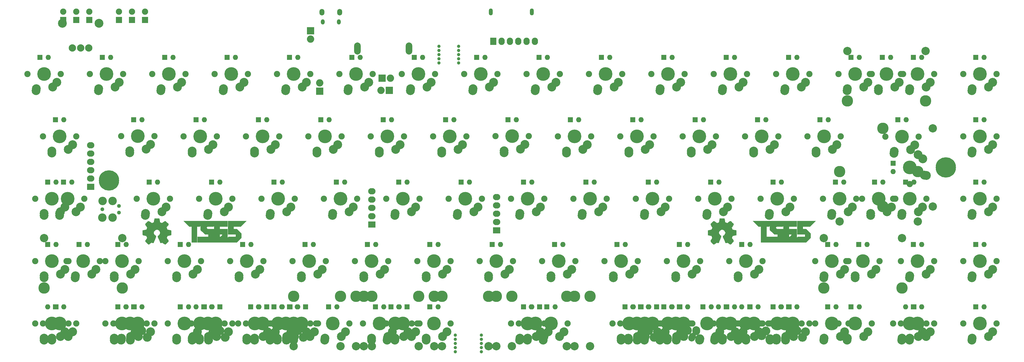
<source format=gts>
G04 #@! TF.FileFunction,Soldermask,Top*
%FSLAX46Y46*%
G04 Gerber Fmt 4.6, Leading zero omitted, Abs format (unit mm)*
G04 Created by KiCad (PCBNEW 4.0.1-stable) date 5/21/2016 3:34:07 PM*
%MOMM*%
G01*
G04 APERTURE LIST*
%ADD10C,0.150000*%
%ADD11C,0.010000*%
%ADD12C,0.002540*%
%ADD13R,2.235200X2.235200*%
%ADD14O,2.235200X2.235200*%
%ADD15C,4.191010*%
%ADD16C,1.905010*%
%ADD17C,2.703200*%
%ADD18O,2.703200X2.703200*%
%ADD19O,2.403200X2.703200*%
%ADD20C,2.103200*%
%ADD21C,2.540000*%
%ADD22C,3.479800*%
%ADD23O,1.603200X1.603200*%
%ADD24R,1.603200X1.603200*%
%ADD25C,6.203200*%
%ADD26O,2.003200X3.703200*%
%ADD27O,1.253200X2.103200*%
%ADD28C,1.191260*%
%ADD29C,1.188720*%
%ADD30C,2.575560*%
%ADD31C,2.573020*%
%ADD32C,2.235200*%
%ADD33R,1.930400X2.235200*%
%ADD34O,1.930400X2.235200*%
%ADD35R,2.235200X1.930400*%
%ADD36O,2.235200X1.930400*%
%ADD37R,1.903200X1.903200*%
%ADD38C,1.903200*%
%ADD39C,1.003200*%
%ADD40O,1.503200X2.003200*%
%ADD41O,1.203200X1.603200*%
G04 APERTURE END LIST*
D10*
D11*
G36*
X144149420Y-135072560D02*
X141751660Y-135072560D01*
X141751660Y-135804080D01*
X144149420Y-135804080D01*
X144149420Y-137135040D01*
X144149478Y-137297721D01*
X144149647Y-137454699D01*
X144149922Y-137604785D01*
X144150294Y-137746789D01*
X144150757Y-137879525D01*
X144151304Y-138001802D01*
X144151928Y-138112433D01*
X144152622Y-138210230D01*
X144153379Y-138294004D01*
X144154192Y-138362566D01*
X144155055Y-138414728D01*
X144155960Y-138449302D01*
X144156900Y-138465099D01*
X144157186Y-138466000D01*
X144166497Y-138459138D01*
X144187668Y-138440068D01*
X144218302Y-138411056D01*
X144256000Y-138374374D01*
X144296739Y-138333920D01*
X144428526Y-138201840D01*
X146679260Y-138201840D01*
X146679260Y-137480480D01*
X144281500Y-137480480D01*
X144281500Y-133406320D01*
X149884693Y-133406320D01*
X149051619Y-134239440D01*
X148218546Y-135072560D01*
X145957900Y-135072560D01*
X145957900Y-135804080D01*
X146483708Y-135804079D01*
X147009517Y-135804079D01*
X147682588Y-136477208D01*
X148355660Y-137150336D01*
X148355659Y-137841217D01*
X148355659Y-138532097D01*
X147682531Y-139205168D01*
X147009403Y-139878240D01*
X140085261Y-139878240D01*
X140087733Y-137480480D01*
X141751660Y-137480480D01*
X141751660Y-138201840D01*
X142031229Y-138201840D01*
X142257204Y-137975697D01*
X142483180Y-137749554D01*
X142483180Y-137480480D01*
X141751660Y-137480480D01*
X140087733Y-137480480D01*
X140087880Y-137338404D01*
X140090500Y-134798569D01*
X139983820Y-134904452D01*
X139940165Y-134947181D01*
X139906427Y-134978178D01*
X139878533Y-135000448D01*
X139852409Y-135016995D01*
X139823984Y-135030826D01*
X139798135Y-135041447D01*
X139719131Y-135072559D01*
X138868389Y-135072559D01*
X138017648Y-135072560D01*
X137834979Y-135255440D01*
X137652311Y-135438319D01*
X137834980Y-135621199D01*
X138017648Y-135804080D01*
X139953340Y-135804080D01*
X139953340Y-139878240D01*
X134985100Y-139878240D01*
X134985100Y-138201840D01*
X138287100Y-138201840D01*
X138287100Y-137480480D01*
X137756211Y-137480480D01*
X137225322Y-137480479D01*
X136552102Y-136807202D01*
X135878881Y-136133924D01*
X135881570Y-135483862D01*
X135882176Y-135370299D01*
X135883015Y-135262415D01*
X135884056Y-135161983D01*
X135885269Y-135070775D01*
X135886622Y-134990563D01*
X135888084Y-134923119D01*
X135889625Y-134870215D01*
X135891215Y-134833623D01*
X135892821Y-134815116D01*
X135893240Y-134813480D01*
X135889263Y-134813940D01*
X135872948Y-134827033D01*
X135846272Y-134850972D01*
X135811216Y-134883972D01*
X135769757Y-134924245D01*
X135761029Y-134932860D01*
X135619836Y-135072560D01*
X134853020Y-135072560D01*
X134853020Y-139878240D01*
X133186780Y-139878240D01*
X133186780Y-135072560D01*
X132419653Y-135072560D01*
X131586579Y-134239440D01*
X130753506Y-133406320D01*
X144149420Y-133406320D01*
X144149420Y-135072560D01*
X144149420Y-135072560D01*
G37*
X144149420Y-135072560D02*
X141751660Y-135072560D01*
X141751660Y-135804080D01*
X144149420Y-135804080D01*
X144149420Y-137135040D01*
X144149478Y-137297721D01*
X144149647Y-137454699D01*
X144149922Y-137604785D01*
X144150294Y-137746789D01*
X144150757Y-137879525D01*
X144151304Y-138001802D01*
X144151928Y-138112433D01*
X144152622Y-138210230D01*
X144153379Y-138294004D01*
X144154192Y-138362566D01*
X144155055Y-138414728D01*
X144155960Y-138449302D01*
X144156900Y-138465099D01*
X144157186Y-138466000D01*
X144166497Y-138459138D01*
X144187668Y-138440068D01*
X144218302Y-138411056D01*
X144256000Y-138374374D01*
X144296739Y-138333920D01*
X144428526Y-138201840D01*
X146679260Y-138201840D01*
X146679260Y-137480480D01*
X144281500Y-137480480D01*
X144281500Y-133406320D01*
X149884693Y-133406320D01*
X149051619Y-134239440D01*
X148218546Y-135072560D01*
X145957900Y-135072560D01*
X145957900Y-135804080D01*
X146483708Y-135804079D01*
X147009517Y-135804079D01*
X147682588Y-136477208D01*
X148355660Y-137150336D01*
X148355659Y-137841217D01*
X148355659Y-138532097D01*
X147682531Y-139205168D01*
X147009403Y-139878240D01*
X140085261Y-139878240D01*
X140087733Y-137480480D01*
X141751660Y-137480480D01*
X141751660Y-138201840D01*
X142031229Y-138201840D01*
X142257204Y-137975697D01*
X142483180Y-137749554D01*
X142483180Y-137480480D01*
X141751660Y-137480480D01*
X140087733Y-137480480D01*
X140087880Y-137338404D01*
X140090500Y-134798569D01*
X139983820Y-134904452D01*
X139940165Y-134947181D01*
X139906427Y-134978178D01*
X139878533Y-135000448D01*
X139852409Y-135016995D01*
X139823984Y-135030826D01*
X139798135Y-135041447D01*
X139719131Y-135072559D01*
X138868389Y-135072559D01*
X138017648Y-135072560D01*
X137834979Y-135255440D01*
X137652311Y-135438319D01*
X137834980Y-135621199D01*
X138017648Y-135804080D01*
X139953340Y-135804080D01*
X139953340Y-139878240D01*
X134985100Y-139878240D01*
X134985100Y-138201840D01*
X138287100Y-138201840D01*
X138287100Y-137480480D01*
X137756211Y-137480480D01*
X137225322Y-137480479D01*
X136552102Y-136807202D01*
X135878881Y-136133924D01*
X135881570Y-135483862D01*
X135882176Y-135370299D01*
X135883015Y-135262415D01*
X135884056Y-135161983D01*
X135885269Y-135070775D01*
X135886622Y-134990563D01*
X135888084Y-134923119D01*
X135889625Y-134870215D01*
X135891215Y-134833623D01*
X135892821Y-134815116D01*
X135893240Y-134813480D01*
X135889263Y-134813940D01*
X135872948Y-134827033D01*
X135846272Y-134850972D01*
X135811216Y-134883972D01*
X135769757Y-134924245D01*
X135761029Y-134932860D01*
X135619836Y-135072560D01*
X134853020Y-135072560D01*
X134853020Y-139878240D01*
X133186780Y-139878240D01*
X133186780Y-135072560D01*
X132419653Y-135072560D01*
X131586579Y-134239440D01*
X130753506Y-133406320D01*
X144149420Y-133406320D01*
X144149420Y-135072560D01*
D12*
G36*
X126899800Y-137129960D02*
X126899800Y-137267120D01*
X126899800Y-137378880D01*
X126897260Y-137467780D01*
X126897260Y-137538900D01*
X126894720Y-137592240D01*
X126892180Y-137630340D01*
X126889640Y-137658280D01*
X126884560Y-137673520D01*
X126879480Y-137678600D01*
X126861700Y-137686220D01*
X126818520Y-137696380D01*
X126755020Y-137711620D01*
X126673740Y-137726860D01*
X126577220Y-137747180D01*
X126468000Y-137767500D01*
X126353700Y-137790360D01*
X126226700Y-137813220D01*
X126112400Y-137836080D01*
X126013340Y-137856400D01*
X125932060Y-137874180D01*
X125871100Y-137886880D01*
X125835540Y-137897040D01*
X125825380Y-137902120D01*
X125815220Y-137919900D01*
X125794900Y-137958000D01*
X125769500Y-138016420D01*
X125739020Y-138085000D01*
X125706000Y-138161200D01*
X125672980Y-138245020D01*
X125639960Y-138326300D01*
X125609480Y-138402500D01*
X125584080Y-138471080D01*
X125563760Y-138526960D01*
X125551060Y-138565060D01*
X125548520Y-138580300D01*
X125556140Y-138593000D01*
X125579000Y-138628560D01*
X125614560Y-138681900D01*
X125660280Y-138747940D01*
X125713620Y-138826680D01*
X125772040Y-138913040D01*
X125810140Y-138966380D01*
X126066680Y-139342300D01*
X126066680Y-139509940D01*
X126066680Y-139677580D01*
X125675520Y-140068740D01*
X125284360Y-140459900D01*
X125119260Y-140459900D01*
X124956700Y-140459900D01*
X124585860Y-140205900D01*
X124217560Y-139951900D01*
X124098180Y-140015400D01*
X123981340Y-140081440D01*
X123808620Y-140076360D01*
X123635900Y-140071280D01*
X123257440Y-139161960D01*
X122878980Y-138252640D01*
X122878980Y-138107860D01*
X122878980Y-138044360D01*
X122881520Y-137991020D01*
X122884060Y-137955460D01*
X122886600Y-137942760D01*
X122901840Y-137924980D01*
X122934860Y-137897040D01*
X122980580Y-137861480D01*
X123023760Y-137831000D01*
X123140600Y-137744640D01*
X123237120Y-137663360D01*
X123315860Y-137582080D01*
X123381900Y-137495720D01*
X123440320Y-137396660D01*
X123478420Y-137323000D01*
X123536840Y-137190920D01*
X123569860Y-137071540D01*
X123577480Y-136962320D01*
X123572400Y-136893740D01*
X123526680Y-136728640D01*
X123455560Y-136573700D01*
X123364120Y-136428920D01*
X123247280Y-136296840D01*
X123112660Y-136182540D01*
X122962800Y-136088560D01*
X122942480Y-136078400D01*
X122835800Y-136030140D01*
X122731660Y-135997120D01*
X122632600Y-135976800D01*
X122574180Y-135971720D01*
X122467500Y-135984420D01*
X122348120Y-136017440D01*
X122223660Y-136070780D01*
X122101740Y-136141900D01*
X121987440Y-136225720D01*
X121883300Y-136319700D01*
X121817260Y-136390820D01*
X121756300Y-136479720D01*
X121695340Y-136586400D01*
X121644540Y-136700700D01*
X121603900Y-136809920D01*
X121593740Y-136845480D01*
X121581040Y-136919140D01*
X121575960Y-136987720D01*
X121581040Y-137053760D01*
X121601360Y-137129960D01*
X121631840Y-137223940D01*
X121639460Y-137244260D01*
X121713120Y-137399200D01*
X121809640Y-137541440D01*
X121931560Y-137673520D01*
X122076340Y-137792900D01*
X122175400Y-137861480D01*
X122216040Y-137889420D01*
X122249060Y-137912280D01*
X122264300Y-137924980D01*
X122266840Y-137945300D01*
X122271920Y-137988480D01*
X122271920Y-138044360D01*
X122274460Y-138097700D01*
X122274460Y-138252640D01*
X121906160Y-139136560D01*
X121845200Y-139288960D01*
X121786780Y-139431200D01*
X121730900Y-139565820D01*
X121680100Y-139687740D01*
X121634380Y-139794420D01*
X121596280Y-139885860D01*
X121565800Y-139962060D01*
X121542940Y-140015400D01*
X121527700Y-140045880D01*
X121525160Y-140050960D01*
X121517540Y-140063660D01*
X121502300Y-140071280D01*
X121476900Y-140076360D01*
X121436260Y-140078900D01*
X121375300Y-140078900D01*
X121344820Y-140078900D01*
X121177180Y-140078900D01*
X121057800Y-140015400D01*
X120938420Y-139951900D01*
X120707280Y-140111920D01*
X120623460Y-140167800D01*
X120537100Y-140228760D01*
X120453280Y-140284640D01*
X120382160Y-140332900D01*
X120336440Y-140365920D01*
X120196740Y-140459900D01*
X120031640Y-140459900D01*
X119869080Y-140459900D01*
X119475380Y-140068740D01*
X119084220Y-139677580D01*
X119084220Y-139512480D01*
X119084220Y-139441360D01*
X119086760Y-139393100D01*
X119091840Y-139357540D01*
X119099460Y-139332140D01*
X119114700Y-139306740D01*
X119132480Y-139281340D01*
X119152800Y-139250860D01*
X119185820Y-139200060D01*
X119231540Y-139134020D01*
X119282340Y-139057820D01*
X119340760Y-138974000D01*
X119391560Y-138897800D01*
X119449980Y-138813980D01*
X119500780Y-138737780D01*
X119543960Y-138671740D01*
X119576980Y-138618400D01*
X119599840Y-138582840D01*
X119607460Y-138567600D01*
X119602380Y-138549820D01*
X119587140Y-138509180D01*
X119566820Y-138450760D01*
X119536340Y-138377100D01*
X119503320Y-138293280D01*
X119477920Y-138227240D01*
X119434740Y-138118020D01*
X119399180Y-138034200D01*
X119371240Y-137970700D01*
X119348380Y-137927520D01*
X119333140Y-137902120D01*
X119320440Y-137891960D01*
X119297580Y-137886880D01*
X119254400Y-137876720D01*
X119188360Y-137864020D01*
X119104540Y-137846240D01*
X119005480Y-137828460D01*
X118896260Y-137805600D01*
X118789580Y-137787820D01*
X118675280Y-137764960D01*
X118566060Y-137744640D01*
X118472080Y-137724320D01*
X118390800Y-137709080D01*
X118327300Y-137693840D01*
X118286660Y-137683680D01*
X118271420Y-137678600D01*
X118266340Y-137670980D01*
X118263800Y-137653200D01*
X118261260Y-137622720D01*
X118258720Y-137579540D01*
X118256180Y-137521120D01*
X118253640Y-137442380D01*
X118253640Y-137345860D01*
X118253640Y-137226480D01*
X118251100Y-137079160D01*
X118251100Y-136967400D01*
X118251100Y-136271440D01*
X118284120Y-136253660D01*
X118304440Y-136246040D01*
X118350160Y-136233340D01*
X118416200Y-136220640D01*
X118500020Y-136202860D01*
X118599080Y-136182540D01*
X118710840Y-136162220D01*
X118827680Y-136139360D01*
X118830220Y-136139360D01*
X118947060Y-136116500D01*
X119056280Y-136096180D01*
X119155340Y-136075860D01*
X119236620Y-136058080D01*
X119300120Y-136045380D01*
X119343300Y-136032680D01*
X119363620Y-136027600D01*
X119363620Y-136027600D01*
X119373780Y-136009820D01*
X119391560Y-135971720D01*
X119416960Y-135915840D01*
X119449980Y-135847260D01*
X119483000Y-135771060D01*
X119516020Y-135692320D01*
X119551580Y-135616120D01*
X119582060Y-135545000D01*
X119607460Y-135481500D01*
X119625240Y-135435780D01*
X119635400Y-135407840D01*
X119635400Y-135405300D01*
X119627780Y-135390060D01*
X119604920Y-135354500D01*
X119571900Y-135301160D01*
X119526180Y-135232580D01*
X119472840Y-135153840D01*
X119411880Y-135064940D01*
X119361080Y-134988740D01*
X119084220Y-134587420D01*
X119084220Y-134424860D01*
X119084220Y-134262300D01*
X119475380Y-133868600D01*
X119866540Y-133477440D01*
X120034180Y-133477440D01*
X120201820Y-133477440D01*
X120557420Y-133721280D01*
X120648860Y-133782240D01*
X120735220Y-133843200D01*
X120813960Y-133896540D01*
X120880000Y-133942260D01*
X120930800Y-133977820D01*
X120963820Y-134000680D01*
X120968900Y-134003220D01*
X121027320Y-134043860D01*
X121294020Y-133934640D01*
X121398160Y-133894000D01*
X121476900Y-133860980D01*
X121537860Y-133835580D01*
X121581040Y-133815260D01*
X121608980Y-133800020D01*
X121626760Y-133787320D01*
X121639460Y-133777160D01*
X121644540Y-133764460D01*
X121644540Y-133761920D01*
X121649620Y-133741600D01*
X121659780Y-133695880D01*
X121672480Y-133632380D01*
X121687720Y-133548560D01*
X121708040Y-133449500D01*
X121728360Y-133340280D01*
X121748680Y-133220900D01*
X121751220Y-133208200D01*
X121774080Y-133091360D01*
X121796940Y-132979600D01*
X121814720Y-132880540D01*
X121832500Y-132796720D01*
X121847740Y-132730680D01*
X121857900Y-132684960D01*
X121865520Y-132664640D01*
X121865520Y-132664640D01*
X121873140Y-132659560D01*
X121890920Y-132657020D01*
X121916320Y-132651940D01*
X121956960Y-132649400D01*
X122012840Y-132649400D01*
X122086500Y-132646860D01*
X122177940Y-132646860D01*
X122292240Y-132644320D01*
X122431940Y-132644320D01*
X122574180Y-132644320D01*
X122711340Y-132644320D01*
X122840880Y-132646860D01*
X122957720Y-132646860D01*
X123061860Y-132649400D01*
X123150760Y-132649400D01*
X123216800Y-132651940D01*
X123262520Y-132654480D01*
X123285380Y-132657020D01*
X123285380Y-132657020D01*
X123293000Y-132674800D01*
X123303160Y-132715440D01*
X123318400Y-132784020D01*
X123338720Y-132870380D01*
X123359040Y-132979600D01*
X123384440Y-133106600D01*
X123402220Y-133203120D01*
X123425080Y-133322500D01*
X123445400Y-133436800D01*
X123465720Y-133538400D01*
X123480960Y-133624760D01*
X123496200Y-133693340D01*
X123506360Y-133741600D01*
X123511440Y-133767000D01*
X123511440Y-133767000D01*
X123524140Y-133782240D01*
X123554620Y-133800020D01*
X123600340Y-133822880D01*
X123668920Y-133853360D01*
X123757820Y-133894000D01*
X123823860Y-133919400D01*
X123920380Y-133960040D01*
X123994040Y-133987980D01*
X124047380Y-134010840D01*
X124088020Y-134023540D01*
X124113420Y-134028620D01*
X124133740Y-134031160D01*
X124146440Y-134026080D01*
X124159140Y-134021000D01*
X124161680Y-134018460D01*
X124182000Y-134005760D01*
X124222640Y-133977820D01*
X124278520Y-133937180D01*
X124352180Y-133888920D01*
X124433460Y-133833040D01*
X124524900Y-133772080D01*
X124575700Y-133736520D01*
X124951620Y-133477440D01*
X125119260Y-133477440D01*
X125284360Y-133477440D01*
X125675520Y-133868600D01*
X126066680Y-134259760D01*
X126066680Y-134427400D01*
X126066680Y-134595040D01*
X125789820Y-134996360D01*
X125512960Y-135397680D01*
X125645040Y-135710100D01*
X125685680Y-135799000D01*
X125721240Y-135880280D01*
X125754260Y-135946320D01*
X125779660Y-135997120D01*
X125797440Y-136027600D01*
X125802520Y-136032680D01*
X125822840Y-136037760D01*
X125866020Y-136047920D01*
X125929520Y-136063160D01*
X126013340Y-136078400D01*
X126112400Y-136098720D01*
X126221620Y-136119040D01*
X126338460Y-136141900D01*
X126351160Y-136144440D01*
X126488320Y-136169840D01*
X126607700Y-136192700D01*
X126706760Y-136213020D01*
X126788040Y-136230800D01*
X126846460Y-136246040D01*
X126879480Y-136256200D01*
X126887100Y-136261280D01*
X126889640Y-136276520D01*
X126892180Y-136319700D01*
X126894720Y-136385740D01*
X126897260Y-136472100D01*
X126897260Y-136573700D01*
X126899800Y-136688000D01*
X126899800Y-136815000D01*
X126899800Y-136952160D01*
X126899800Y-136969940D01*
X126899800Y-137129960D01*
X126899800Y-137129960D01*
X126899800Y-137129960D01*
G37*
X126899800Y-137129960D02*
X126899800Y-137267120D01*
X126899800Y-137378880D01*
X126897260Y-137467780D01*
X126897260Y-137538900D01*
X126894720Y-137592240D01*
X126892180Y-137630340D01*
X126889640Y-137658280D01*
X126884560Y-137673520D01*
X126879480Y-137678600D01*
X126861700Y-137686220D01*
X126818520Y-137696380D01*
X126755020Y-137711620D01*
X126673740Y-137726860D01*
X126577220Y-137747180D01*
X126468000Y-137767500D01*
X126353700Y-137790360D01*
X126226700Y-137813220D01*
X126112400Y-137836080D01*
X126013340Y-137856400D01*
X125932060Y-137874180D01*
X125871100Y-137886880D01*
X125835540Y-137897040D01*
X125825380Y-137902120D01*
X125815220Y-137919900D01*
X125794900Y-137958000D01*
X125769500Y-138016420D01*
X125739020Y-138085000D01*
X125706000Y-138161200D01*
X125672980Y-138245020D01*
X125639960Y-138326300D01*
X125609480Y-138402500D01*
X125584080Y-138471080D01*
X125563760Y-138526960D01*
X125551060Y-138565060D01*
X125548520Y-138580300D01*
X125556140Y-138593000D01*
X125579000Y-138628560D01*
X125614560Y-138681900D01*
X125660280Y-138747940D01*
X125713620Y-138826680D01*
X125772040Y-138913040D01*
X125810140Y-138966380D01*
X126066680Y-139342300D01*
X126066680Y-139509940D01*
X126066680Y-139677580D01*
X125675520Y-140068740D01*
X125284360Y-140459900D01*
X125119260Y-140459900D01*
X124956700Y-140459900D01*
X124585860Y-140205900D01*
X124217560Y-139951900D01*
X124098180Y-140015400D01*
X123981340Y-140081440D01*
X123808620Y-140076360D01*
X123635900Y-140071280D01*
X123257440Y-139161960D01*
X122878980Y-138252640D01*
X122878980Y-138107860D01*
X122878980Y-138044360D01*
X122881520Y-137991020D01*
X122884060Y-137955460D01*
X122886600Y-137942760D01*
X122901840Y-137924980D01*
X122934860Y-137897040D01*
X122980580Y-137861480D01*
X123023760Y-137831000D01*
X123140600Y-137744640D01*
X123237120Y-137663360D01*
X123315860Y-137582080D01*
X123381900Y-137495720D01*
X123440320Y-137396660D01*
X123478420Y-137323000D01*
X123536840Y-137190920D01*
X123569860Y-137071540D01*
X123577480Y-136962320D01*
X123572400Y-136893740D01*
X123526680Y-136728640D01*
X123455560Y-136573700D01*
X123364120Y-136428920D01*
X123247280Y-136296840D01*
X123112660Y-136182540D01*
X122962800Y-136088560D01*
X122942480Y-136078400D01*
X122835800Y-136030140D01*
X122731660Y-135997120D01*
X122632600Y-135976800D01*
X122574180Y-135971720D01*
X122467500Y-135984420D01*
X122348120Y-136017440D01*
X122223660Y-136070780D01*
X122101740Y-136141900D01*
X121987440Y-136225720D01*
X121883300Y-136319700D01*
X121817260Y-136390820D01*
X121756300Y-136479720D01*
X121695340Y-136586400D01*
X121644540Y-136700700D01*
X121603900Y-136809920D01*
X121593740Y-136845480D01*
X121581040Y-136919140D01*
X121575960Y-136987720D01*
X121581040Y-137053760D01*
X121601360Y-137129960D01*
X121631840Y-137223940D01*
X121639460Y-137244260D01*
X121713120Y-137399200D01*
X121809640Y-137541440D01*
X121931560Y-137673520D01*
X122076340Y-137792900D01*
X122175400Y-137861480D01*
X122216040Y-137889420D01*
X122249060Y-137912280D01*
X122264300Y-137924980D01*
X122266840Y-137945300D01*
X122271920Y-137988480D01*
X122271920Y-138044360D01*
X122274460Y-138097700D01*
X122274460Y-138252640D01*
X121906160Y-139136560D01*
X121845200Y-139288960D01*
X121786780Y-139431200D01*
X121730900Y-139565820D01*
X121680100Y-139687740D01*
X121634380Y-139794420D01*
X121596280Y-139885860D01*
X121565800Y-139962060D01*
X121542940Y-140015400D01*
X121527700Y-140045880D01*
X121525160Y-140050960D01*
X121517540Y-140063660D01*
X121502300Y-140071280D01*
X121476900Y-140076360D01*
X121436260Y-140078900D01*
X121375300Y-140078900D01*
X121344820Y-140078900D01*
X121177180Y-140078900D01*
X121057800Y-140015400D01*
X120938420Y-139951900D01*
X120707280Y-140111920D01*
X120623460Y-140167800D01*
X120537100Y-140228760D01*
X120453280Y-140284640D01*
X120382160Y-140332900D01*
X120336440Y-140365920D01*
X120196740Y-140459900D01*
X120031640Y-140459900D01*
X119869080Y-140459900D01*
X119475380Y-140068740D01*
X119084220Y-139677580D01*
X119084220Y-139512480D01*
X119084220Y-139441360D01*
X119086760Y-139393100D01*
X119091840Y-139357540D01*
X119099460Y-139332140D01*
X119114700Y-139306740D01*
X119132480Y-139281340D01*
X119152800Y-139250860D01*
X119185820Y-139200060D01*
X119231540Y-139134020D01*
X119282340Y-139057820D01*
X119340760Y-138974000D01*
X119391560Y-138897800D01*
X119449980Y-138813980D01*
X119500780Y-138737780D01*
X119543960Y-138671740D01*
X119576980Y-138618400D01*
X119599840Y-138582840D01*
X119607460Y-138567600D01*
X119602380Y-138549820D01*
X119587140Y-138509180D01*
X119566820Y-138450760D01*
X119536340Y-138377100D01*
X119503320Y-138293280D01*
X119477920Y-138227240D01*
X119434740Y-138118020D01*
X119399180Y-138034200D01*
X119371240Y-137970700D01*
X119348380Y-137927520D01*
X119333140Y-137902120D01*
X119320440Y-137891960D01*
X119297580Y-137886880D01*
X119254400Y-137876720D01*
X119188360Y-137864020D01*
X119104540Y-137846240D01*
X119005480Y-137828460D01*
X118896260Y-137805600D01*
X118789580Y-137787820D01*
X118675280Y-137764960D01*
X118566060Y-137744640D01*
X118472080Y-137724320D01*
X118390800Y-137709080D01*
X118327300Y-137693840D01*
X118286660Y-137683680D01*
X118271420Y-137678600D01*
X118266340Y-137670980D01*
X118263800Y-137653200D01*
X118261260Y-137622720D01*
X118258720Y-137579540D01*
X118256180Y-137521120D01*
X118253640Y-137442380D01*
X118253640Y-137345860D01*
X118253640Y-137226480D01*
X118251100Y-137079160D01*
X118251100Y-136967400D01*
X118251100Y-136271440D01*
X118284120Y-136253660D01*
X118304440Y-136246040D01*
X118350160Y-136233340D01*
X118416200Y-136220640D01*
X118500020Y-136202860D01*
X118599080Y-136182540D01*
X118710840Y-136162220D01*
X118827680Y-136139360D01*
X118830220Y-136139360D01*
X118947060Y-136116500D01*
X119056280Y-136096180D01*
X119155340Y-136075860D01*
X119236620Y-136058080D01*
X119300120Y-136045380D01*
X119343300Y-136032680D01*
X119363620Y-136027600D01*
X119363620Y-136027600D01*
X119373780Y-136009820D01*
X119391560Y-135971720D01*
X119416960Y-135915840D01*
X119449980Y-135847260D01*
X119483000Y-135771060D01*
X119516020Y-135692320D01*
X119551580Y-135616120D01*
X119582060Y-135545000D01*
X119607460Y-135481500D01*
X119625240Y-135435780D01*
X119635400Y-135407840D01*
X119635400Y-135405300D01*
X119627780Y-135390060D01*
X119604920Y-135354500D01*
X119571900Y-135301160D01*
X119526180Y-135232580D01*
X119472840Y-135153840D01*
X119411880Y-135064940D01*
X119361080Y-134988740D01*
X119084220Y-134587420D01*
X119084220Y-134424860D01*
X119084220Y-134262300D01*
X119475380Y-133868600D01*
X119866540Y-133477440D01*
X120034180Y-133477440D01*
X120201820Y-133477440D01*
X120557420Y-133721280D01*
X120648860Y-133782240D01*
X120735220Y-133843200D01*
X120813960Y-133896540D01*
X120880000Y-133942260D01*
X120930800Y-133977820D01*
X120963820Y-134000680D01*
X120968900Y-134003220D01*
X121027320Y-134043860D01*
X121294020Y-133934640D01*
X121398160Y-133894000D01*
X121476900Y-133860980D01*
X121537860Y-133835580D01*
X121581040Y-133815260D01*
X121608980Y-133800020D01*
X121626760Y-133787320D01*
X121639460Y-133777160D01*
X121644540Y-133764460D01*
X121644540Y-133761920D01*
X121649620Y-133741600D01*
X121659780Y-133695880D01*
X121672480Y-133632380D01*
X121687720Y-133548560D01*
X121708040Y-133449500D01*
X121728360Y-133340280D01*
X121748680Y-133220900D01*
X121751220Y-133208200D01*
X121774080Y-133091360D01*
X121796940Y-132979600D01*
X121814720Y-132880540D01*
X121832500Y-132796720D01*
X121847740Y-132730680D01*
X121857900Y-132684960D01*
X121865520Y-132664640D01*
X121865520Y-132664640D01*
X121873140Y-132659560D01*
X121890920Y-132657020D01*
X121916320Y-132651940D01*
X121956960Y-132649400D01*
X122012840Y-132649400D01*
X122086500Y-132646860D01*
X122177940Y-132646860D01*
X122292240Y-132644320D01*
X122431940Y-132644320D01*
X122574180Y-132644320D01*
X122711340Y-132644320D01*
X122840880Y-132646860D01*
X122957720Y-132646860D01*
X123061860Y-132649400D01*
X123150760Y-132649400D01*
X123216800Y-132651940D01*
X123262520Y-132654480D01*
X123285380Y-132657020D01*
X123285380Y-132657020D01*
X123293000Y-132674800D01*
X123303160Y-132715440D01*
X123318400Y-132784020D01*
X123338720Y-132870380D01*
X123359040Y-132979600D01*
X123384440Y-133106600D01*
X123402220Y-133203120D01*
X123425080Y-133322500D01*
X123445400Y-133436800D01*
X123465720Y-133538400D01*
X123480960Y-133624760D01*
X123496200Y-133693340D01*
X123506360Y-133741600D01*
X123511440Y-133767000D01*
X123511440Y-133767000D01*
X123524140Y-133782240D01*
X123554620Y-133800020D01*
X123600340Y-133822880D01*
X123668920Y-133853360D01*
X123757820Y-133894000D01*
X123823860Y-133919400D01*
X123920380Y-133960040D01*
X123994040Y-133987980D01*
X124047380Y-134010840D01*
X124088020Y-134023540D01*
X124113420Y-134028620D01*
X124133740Y-134031160D01*
X124146440Y-134026080D01*
X124159140Y-134021000D01*
X124161680Y-134018460D01*
X124182000Y-134005760D01*
X124222640Y-133977820D01*
X124278520Y-133937180D01*
X124352180Y-133888920D01*
X124433460Y-133833040D01*
X124524900Y-133772080D01*
X124575700Y-133736520D01*
X124951620Y-133477440D01*
X125119260Y-133477440D01*
X125284360Y-133477440D01*
X125675520Y-133868600D01*
X126066680Y-134259760D01*
X126066680Y-134427400D01*
X126066680Y-134595040D01*
X125789820Y-134996360D01*
X125512960Y-135397680D01*
X125645040Y-135710100D01*
X125685680Y-135799000D01*
X125721240Y-135880280D01*
X125754260Y-135946320D01*
X125779660Y-135997120D01*
X125797440Y-136027600D01*
X125802520Y-136032680D01*
X125822840Y-136037760D01*
X125866020Y-136047920D01*
X125929520Y-136063160D01*
X126013340Y-136078400D01*
X126112400Y-136098720D01*
X126221620Y-136119040D01*
X126338460Y-136141900D01*
X126351160Y-136144440D01*
X126488320Y-136169840D01*
X126607700Y-136192700D01*
X126706760Y-136213020D01*
X126788040Y-136230800D01*
X126846460Y-136246040D01*
X126879480Y-136256200D01*
X126887100Y-136261280D01*
X126889640Y-136276520D01*
X126892180Y-136319700D01*
X126894720Y-136385740D01*
X126897260Y-136472100D01*
X126897260Y-136573700D01*
X126899800Y-136688000D01*
X126899800Y-136815000D01*
X126899800Y-136952160D01*
X126899800Y-136969940D01*
X126899800Y-137129960D01*
X126899800Y-137129960D01*
D11*
G36*
X317973020Y-135072560D02*
X315575260Y-135072560D01*
X315575260Y-135804080D01*
X317973020Y-135804080D01*
X317973020Y-137135040D01*
X317973078Y-137297721D01*
X317973247Y-137454699D01*
X317973522Y-137604785D01*
X317973894Y-137746789D01*
X317974357Y-137879525D01*
X317974904Y-138001802D01*
X317975528Y-138112433D01*
X317976222Y-138210230D01*
X317976979Y-138294004D01*
X317977792Y-138362566D01*
X317978655Y-138414728D01*
X317979560Y-138449302D01*
X317980500Y-138465099D01*
X317980786Y-138466000D01*
X317990097Y-138459138D01*
X318011268Y-138440068D01*
X318041902Y-138411056D01*
X318079600Y-138374374D01*
X318120339Y-138333920D01*
X318252126Y-138201840D01*
X320502860Y-138201840D01*
X320502860Y-137480480D01*
X318105100Y-137480480D01*
X318105100Y-133406320D01*
X323708293Y-133406320D01*
X322875219Y-134239440D01*
X322042146Y-135072560D01*
X319781500Y-135072560D01*
X319781500Y-135804080D01*
X320307308Y-135804079D01*
X320833117Y-135804079D01*
X321506188Y-136477208D01*
X322179260Y-137150336D01*
X322179259Y-137841217D01*
X322179259Y-138532097D01*
X321506131Y-139205168D01*
X320833003Y-139878240D01*
X313908861Y-139878240D01*
X313911333Y-137480480D01*
X315575260Y-137480480D01*
X315575260Y-138201840D01*
X315854829Y-138201840D01*
X316080804Y-137975697D01*
X316306780Y-137749554D01*
X316306780Y-137480480D01*
X315575260Y-137480480D01*
X313911333Y-137480480D01*
X313911480Y-137338404D01*
X313914100Y-134798569D01*
X313807420Y-134904452D01*
X313763765Y-134947181D01*
X313730027Y-134978178D01*
X313702133Y-135000448D01*
X313676009Y-135016995D01*
X313647584Y-135030826D01*
X313621735Y-135041447D01*
X313542731Y-135072559D01*
X312691989Y-135072559D01*
X311841248Y-135072560D01*
X311658579Y-135255440D01*
X311475911Y-135438319D01*
X311658580Y-135621199D01*
X311841248Y-135804080D01*
X313776940Y-135804080D01*
X313776940Y-139878240D01*
X308808700Y-139878240D01*
X308808700Y-138201840D01*
X312110700Y-138201840D01*
X312110700Y-137480480D01*
X311579811Y-137480480D01*
X311048922Y-137480479D01*
X310375702Y-136807202D01*
X309702481Y-136133924D01*
X309705170Y-135483862D01*
X309705776Y-135370299D01*
X309706615Y-135262415D01*
X309707656Y-135161983D01*
X309708869Y-135070775D01*
X309710222Y-134990563D01*
X309711684Y-134923119D01*
X309713225Y-134870215D01*
X309714815Y-134833623D01*
X309716421Y-134815116D01*
X309716840Y-134813480D01*
X309712863Y-134813940D01*
X309696548Y-134827033D01*
X309669872Y-134850972D01*
X309634816Y-134883972D01*
X309593357Y-134924245D01*
X309584629Y-134932860D01*
X309443436Y-135072560D01*
X308676620Y-135072560D01*
X308676620Y-139878240D01*
X307010380Y-139878240D01*
X307010380Y-135072560D01*
X306243253Y-135072560D01*
X305410179Y-134239440D01*
X304577106Y-133406320D01*
X317973020Y-133406320D01*
X317973020Y-135072560D01*
X317973020Y-135072560D01*
G37*
X317973020Y-135072560D02*
X315575260Y-135072560D01*
X315575260Y-135804080D01*
X317973020Y-135804080D01*
X317973020Y-137135040D01*
X317973078Y-137297721D01*
X317973247Y-137454699D01*
X317973522Y-137604785D01*
X317973894Y-137746789D01*
X317974357Y-137879525D01*
X317974904Y-138001802D01*
X317975528Y-138112433D01*
X317976222Y-138210230D01*
X317976979Y-138294004D01*
X317977792Y-138362566D01*
X317978655Y-138414728D01*
X317979560Y-138449302D01*
X317980500Y-138465099D01*
X317980786Y-138466000D01*
X317990097Y-138459138D01*
X318011268Y-138440068D01*
X318041902Y-138411056D01*
X318079600Y-138374374D01*
X318120339Y-138333920D01*
X318252126Y-138201840D01*
X320502860Y-138201840D01*
X320502860Y-137480480D01*
X318105100Y-137480480D01*
X318105100Y-133406320D01*
X323708293Y-133406320D01*
X322875219Y-134239440D01*
X322042146Y-135072560D01*
X319781500Y-135072560D01*
X319781500Y-135804080D01*
X320307308Y-135804079D01*
X320833117Y-135804079D01*
X321506188Y-136477208D01*
X322179260Y-137150336D01*
X322179259Y-137841217D01*
X322179259Y-138532097D01*
X321506131Y-139205168D01*
X320833003Y-139878240D01*
X313908861Y-139878240D01*
X313911333Y-137480480D01*
X315575260Y-137480480D01*
X315575260Y-138201840D01*
X315854829Y-138201840D01*
X316080804Y-137975697D01*
X316306780Y-137749554D01*
X316306780Y-137480480D01*
X315575260Y-137480480D01*
X313911333Y-137480480D01*
X313911480Y-137338404D01*
X313914100Y-134798569D01*
X313807420Y-134904452D01*
X313763765Y-134947181D01*
X313730027Y-134978178D01*
X313702133Y-135000448D01*
X313676009Y-135016995D01*
X313647584Y-135030826D01*
X313621735Y-135041447D01*
X313542731Y-135072559D01*
X312691989Y-135072559D01*
X311841248Y-135072560D01*
X311658579Y-135255440D01*
X311475911Y-135438319D01*
X311658580Y-135621199D01*
X311841248Y-135804080D01*
X313776940Y-135804080D01*
X313776940Y-139878240D01*
X308808700Y-139878240D01*
X308808700Y-138201840D01*
X312110700Y-138201840D01*
X312110700Y-137480480D01*
X311579811Y-137480480D01*
X311048922Y-137480479D01*
X310375702Y-136807202D01*
X309702481Y-136133924D01*
X309705170Y-135483862D01*
X309705776Y-135370299D01*
X309706615Y-135262415D01*
X309707656Y-135161983D01*
X309708869Y-135070775D01*
X309710222Y-134990563D01*
X309711684Y-134923119D01*
X309713225Y-134870215D01*
X309714815Y-134833623D01*
X309716421Y-134815116D01*
X309716840Y-134813480D01*
X309712863Y-134813940D01*
X309696548Y-134827033D01*
X309669872Y-134850972D01*
X309634816Y-134883972D01*
X309593357Y-134924245D01*
X309584629Y-134932860D01*
X309443436Y-135072560D01*
X308676620Y-135072560D01*
X308676620Y-139878240D01*
X307010380Y-139878240D01*
X307010380Y-135072560D01*
X306243253Y-135072560D01*
X305410179Y-134239440D01*
X304577106Y-133406320D01*
X317973020Y-133406320D01*
X317973020Y-135072560D01*
D12*
G36*
X299473400Y-137129960D02*
X299473400Y-137267120D01*
X299473400Y-137378880D01*
X299470860Y-137467780D01*
X299470860Y-137538900D01*
X299468320Y-137592240D01*
X299465780Y-137630340D01*
X299463240Y-137658280D01*
X299458160Y-137673520D01*
X299453080Y-137678600D01*
X299435300Y-137686220D01*
X299392120Y-137696380D01*
X299328620Y-137711620D01*
X299247340Y-137726860D01*
X299150820Y-137747180D01*
X299041600Y-137767500D01*
X298927300Y-137790360D01*
X298800300Y-137813220D01*
X298686000Y-137836080D01*
X298586940Y-137856400D01*
X298505660Y-137874180D01*
X298444700Y-137886880D01*
X298409140Y-137897040D01*
X298398980Y-137902120D01*
X298388820Y-137919900D01*
X298368500Y-137958000D01*
X298343100Y-138016420D01*
X298312620Y-138085000D01*
X298279600Y-138161200D01*
X298246580Y-138245020D01*
X298213560Y-138326300D01*
X298183080Y-138402500D01*
X298157680Y-138471080D01*
X298137360Y-138526960D01*
X298124660Y-138565060D01*
X298122120Y-138580300D01*
X298129740Y-138593000D01*
X298152600Y-138628560D01*
X298188160Y-138681900D01*
X298233880Y-138747940D01*
X298287220Y-138826680D01*
X298345640Y-138913040D01*
X298383740Y-138966380D01*
X298640280Y-139342300D01*
X298640280Y-139509940D01*
X298640280Y-139677580D01*
X298249120Y-140068740D01*
X297857960Y-140459900D01*
X297692860Y-140459900D01*
X297530300Y-140459900D01*
X297159460Y-140205900D01*
X296791160Y-139951900D01*
X296671780Y-140015400D01*
X296554940Y-140081440D01*
X296382220Y-140076360D01*
X296209500Y-140071280D01*
X295831040Y-139161960D01*
X295452580Y-138252640D01*
X295452580Y-138107860D01*
X295452580Y-138044360D01*
X295455120Y-137991020D01*
X295457660Y-137955460D01*
X295460200Y-137942760D01*
X295475440Y-137924980D01*
X295508460Y-137897040D01*
X295554180Y-137861480D01*
X295597360Y-137831000D01*
X295714200Y-137744640D01*
X295810720Y-137663360D01*
X295889460Y-137582080D01*
X295955500Y-137495720D01*
X296013920Y-137396660D01*
X296052020Y-137323000D01*
X296110440Y-137190920D01*
X296143460Y-137071540D01*
X296151080Y-136962320D01*
X296146000Y-136893740D01*
X296100280Y-136728640D01*
X296029160Y-136573700D01*
X295937720Y-136428920D01*
X295820880Y-136296840D01*
X295686260Y-136182540D01*
X295536400Y-136088560D01*
X295516080Y-136078400D01*
X295409400Y-136030140D01*
X295305260Y-135997120D01*
X295206200Y-135976800D01*
X295147780Y-135971720D01*
X295041100Y-135984420D01*
X294921720Y-136017440D01*
X294797260Y-136070780D01*
X294675340Y-136141900D01*
X294561040Y-136225720D01*
X294456900Y-136319700D01*
X294390860Y-136390820D01*
X294329900Y-136479720D01*
X294268940Y-136586400D01*
X294218140Y-136700700D01*
X294177500Y-136809920D01*
X294167340Y-136845480D01*
X294154640Y-136919140D01*
X294149560Y-136987720D01*
X294154640Y-137053760D01*
X294174960Y-137129960D01*
X294205440Y-137223940D01*
X294213060Y-137244260D01*
X294286720Y-137399200D01*
X294383240Y-137541440D01*
X294505160Y-137673520D01*
X294649940Y-137792900D01*
X294749000Y-137861480D01*
X294789640Y-137889420D01*
X294822660Y-137912280D01*
X294837900Y-137924980D01*
X294840440Y-137945300D01*
X294845520Y-137988480D01*
X294845520Y-138044360D01*
X294848060Y-138097700D01*
X294848060Y-138252640D01*
X294479760Y-139136560D01*
X294418800Y-139288960D01*
X294360380Y-139431200D01*
X294304500Y-139565820D01*
X294253700Y-139687740D01*
X294207980Y-139794420D01*
X294169880Y-139885860D01*
X294139400Y-139962060D01*
X294116540Y-140015400D01*
X294101300Y-140045880D01*
X294098760Y-140050960D01*
X294091140Y-140063660D01*
X294075900Y-140071280D01*
X294050500Y-140076360D01*
X294009860Y-140078900D01*
X293948900Y-140078900D01*
X293918420Y-140078900D01*
X293750780Y-140078900D01*
X293631400Y-140015400D01*
X293512020Y-139951900D01*
X293280880Y-140111920D01*
X293197060Y-140167800D01*
X293110700Y-140228760D01*
X293026880Y-140284640D01*
X292955760Y-140332900D01*
X292910040Y-140365920D01*
X292770340Y-140459900D01*
X292605240Y-140459900D01*
X292442680Y-140459900D01*
X292048980Y-140068740D01*
X291657820Y-139677580D01*
X291657820Y-139512480D01*
X291657820Y-139441360D01*
X291660360Y-139393100D01*
X291665440Y-139357540D01*
X291673060Y-139332140D01*
X291688300Y-139306740D01*
X291706080Y-139281340D01*
X291726400Y-139250860D01*
X291759420Y-139200060D01*
X291805140Y-139134020D01*
X291855940Y-139057820D01*
X291914360Y-138974000D01*
X291965160Y-138897800D01*
X292023580Y-138813980D01*
X292074380Y-138737780D01*
X292117560Y-138671740D01*
X292150580Y-138618400D01*
X292173440Y-138582840D01*
X292181060Y-138567600D01*
X292175980Y-138549820D01*
X292160740Y-138509180D01*
X292140420Y-138450760D01*
X292109940Y-138377100D01*
X292076920Y-138293280D01*
X292051520Y-138227240D01*
X292008340Y-138118020D01*
X291972780Y-138034200D01*
X291944840Y-137970700D01*
X291921980Y-137927520D01*
X291906740Y-137902120D01*
X291894040Y-137891960D01*
X291871180Y-137886880D01*
X291828000Y-137876720D01*
X291761960Y-137864020D01*
X291678140Y-137846240D01*
X291579080Y-137828460D01*
X291469860Y-137805600D01*
X291363180Y-137787820D01*
X291248880Y-137764960D01*
X291139660Y-137744640D01*
X291045680Y-137724320D01*
X290964400Y-137709080D01*
X290900900Y-137693840D01*
X290860260Y-137683680D01*
X290845020Y-137678600D01*
X290839940Y-137670980D01*
X290837400Y-137653200D01*
X290834860Y-137622720D01*
X290832320Y-137579540D01*
X290829780Y-137521120D01*
X290827240Y-137442380D01*
X290827240Y-137345860D01*
X290827240Y-137226480D01*
X290824700Y-137079160D01*
X290824700Y-136967400D01*
X290824700Y-136271440D01*
X290857720Y-136253660D01*
X290878040Y-136246040D01*
X290923760Y-136233340D01*
X290989800Y-136220640D01*
X291073620Y-136202860D01*
X291172680Y-136182540D01*
X291284440Y-136162220D01*
X291401280Y-136139360D01*
X291403820Y-136139360D01*
X291520660Y-136116500D01*
X291629880Y-136096180D01*
X291728940Y-136075860D01*
X291810220Y-136058080D01*
X291873720Y-136045380D01*
X291916900Y-136032680D01*
X291937220Y-136027600D01*
X291937220Y-136027600D01*
X291947380Y-136009820D01*
X291965160Y-135971720D01*
X291990560Y-135915840D01*
X292023580Y-135847260D01*
X292056600Y-135771060D01*
X292089620Y-135692320D01*
X292125180Y-135616120D01*
X292155660Y-135545000D01*
X292181060Y-135481500D01*
X292198840Y-135435780D01*
X292209000Y-135407840D01*
X292209000Y-135405300D01*
X292201380Y-135390060D01*
X292178520Y-135354500D01*
X292145500Y-135301160D01*
X292099780Y-135232580D01*
X292046440Y-135153840D01*
X291985480Y-135064940D01*
X291934680Y-134988740D01*
X291657820Y-134587420D01*
X291657820Y-134424860D01*
X291657820Y-134262300D01*
X292048980Y-133868600D01*
X292440140Y-133477440D01*
X292607780Y-133477440D01*
X292775420Y-133477440D01*
X293131020Y-133721280D01*
X293222460Y-133782240D01*
X293308820Y-133843200D01*
X293387560Y-133896540D01*
X293453600Y-133942260D01*
X293504400Y-133977820D01*
X293537420Y-134000680D01*
X293542500Y-134003220D01*
X293600920Y-134043860D01*
X293867620Y-133934640D01*
X293971760Y-133894000D01*
X294050500Y-133860980D01*
X294111460Y-133835580D01*
X294154640Y-133815260D01*
X294182580Y-133800020D01*
X294200360Y-133787320D01*
X294213060Y-133777160D01*
X294218140Y-133764460D01*
X294218140Y-133761920D01*
X294223220Y-133741600D01*
X294233380Y-133695880D01*
X294246080Y-133632380D01*
X294261320Y-133548560D01*
X294281640Y-133449500D01*
X294301960Y-133340280D01*
X294322280Y-133220900D01*
X294324820Y-133208200D01*
X294347680Y-133091360D01*
X294370540Y-132979600D01*
X294388320Y-132880540D01*
X294406100Y-132796720D01*
X294421340Y-132730680D01*
X294431500Y-132684960D01*
X294439120Y-132664640D01*
X294439120Y-132664640D01*
X294446740Y-132659560D01*
X294464520Y-132657020D01*
X294489920Y-132651940D01*
X294530560Y-132649400D01*
X294586440Y-132649400D01*
X294660100Y-132646860D01*
X294751540Y-132646860D01*
X294865840Y-132644320D01*
X295005540Y-132644320D01*
X295147780Y-132644320D01*
X295284940Y-132644320D01*
X295414480Y-132646860D01*
X295531320Y-132646860D01*
X295635460Y-132649400D01*
X295724360Y-132649400D01*
X295790400Y-132651940D01*
X295836120Y-132654480D01*
X295858980Y-132657020D01*
X295858980Y-132657020D01*
X295866600Y-132674800D01*
X295876760Y-132715440D01*
X295892000Y-132784020D01*
X295912320Y-132870380D01*
X295932640Y-132979600D01*
X295958040Y-133106600D01*
X295975820Y-133203120D01*
X295998680Y-133322500D01*
X296019000Y-133436800D01*
X296039320Y-133538400D01*
X296054560Y-133624760D01*
X296069800Y-133693340D01*
X296079960Y-133741600D01*
X296085040Y-133767000D01*
X296085040Y-133767000D01*
X296097740Y-133782240D01*
X296128220Y-133800020D01*
X296173940Y-133822880D01*
X296242520Y-133853360D01*
X296331420Y-133894000D01*
X296397460Y-133919400D01*
X296493980Y-133960040D01*
X296567640Y-133987980D01*
X296620980Y-134010840D01*
X296661620Y-134023540D01*
X296687020Y-134028620D01*
X296707340Y-134031160D01*
X296720040Y-134026080D01*
X296732740Y-134021000D01*
X296735280Y-134018460D01*
X296755600Y-134005760D01*
X296796240Y-133977820D01*
X296852120Y-133937180D01*
X296925780Y-133888920D01*
X297007060Y-133833040D01*
X297098500Y-133772080D01*
X297149300Y-133736520D01*
X297525220Y-133477440D01*
X297692860Y-133477440D01*
X297857960Y-133477440D01*
X298249120Y-133868600D01*
X298640280Y-134259760D01*
X298640280Y-134427400D01*
X298640280Y-134595040D01*
X298363420Y-134996360D01*
X298086560Y-135397680D01*
X298218640Y-135710100D01*
X298259280Y-135799000D01*
X298294840Y-135880280D01*
X298327860Y-135946320D01*
X298353260Y-135997120D01*
X298371040Y-136027600D01*
X298376120Y-136032680D01*
X298396440Y-136037760D01*
X298439620Y-136047920D01*
X298503120Y-136063160D01*
X298586940Y-136078400D01*
X298686000Y-136098720D01*
X298795220Y-136119040D01*
X298912060Y-136141900D01*
X298924760Y-136144440D01*
X299061920Y-136169840D01*
X299181300Y-136192700D01*
X299280360Y-136213020D01*
X299361640Y-136230800D01*
X299420060Y-136246040D01*
X299453080Y-136256200D01*
X299460700Y-136261280D01*
X299463240Y-136276520D01*
X299465780Y-136319700D01*
X299468320Y-136385740D01*
X299470860Y-136472100D01*
X299470860Y-136573700D01*
X299473400Y-136688000D01*
X299473400Y-136815000D01*
X299473400Y-136952160D01*
X299473400Y-136969940D01*
X299473400Y-137129960D01*
X299473400Y-137129960D01*
X299473400Y-137129960D01*
G37*
X299473400Y-137129960D02*
X299473400Y-137267120D01*
X299473400Y-137378880D01*
X299470860Y-137467780D01*
X299470860Y-137538900D01*
X299468320Y-137592240D01*
X299465780Y-137630340D01*
X299463240Y-137658280D01*
X299458160Y-137673520D01*
X299453080Y-137678600D01*
X299435300Y-137686220D01*
X299392120Y-137696380D01*
X299328620Y-137711620D01*
X299247340Y-137726860D01*
X299150820Y-137747180D01*
X299041600Y-137767500D01*
X298927300Y-137790360D01*
X298800300Y-137813220D01*
X298686000Y-137836080D01*
X298586940Y-137856400D01*
X298505660Y-137874180D01*
X298444700Y-137886880D01*
X298409140Y-137897040D01*
X298398980Y-137902120D01*
X298388820Y-137919900D01*
X298368500Y-137958000D01*
X298343100Y-138016420D01*
X298312620Y-138085000D01*
X298279600Y-138161200D01*
X298246580Y-138245020D01*
X298213560Y-138326300D01*
X298183080Y-138402500D01*
X298157680Y-138471080D01*
X298137360Y-138526960D01*
X298124660Y-138565060D01*
X298122120Y-138580300D01*
X298129740Y-138593000D01*
X298152600Y-138628560D01*
X298188160Y-138681900D01*
X298233880Y-138747940D01*
X298287220Y-138826680D01*
X298345640Y-138913040D01*
X298383740Y-138966380D01*
X298640280Y-139342300D01*
X298640280Y-139509940D01*
X298640280Y-139677580D01*
X298249120Y-140068740D01*
X297857960Y-140459900D01*
X297692860Y-140459900D01*
X297530300Y-140459900D01*
X297159460Y-140205900D01*
X296791160Y-139951900D01*
X296671780Y-140015400D01*
X296554940Y-140081440D01*
X296382220Y-140076360D01*
X296209500Y-140071280D01*
X295831040Y-139161960D01*
X295452580Y-138252640D01*
X295452580Y-138107860D01*
X295452580Y-138044360D01*
X295455120Y-137991020D01*
X295457660Y-137955460D01*
X295460200Y-137942760D01*
X295475440Y-137924980D01*
X295508460Y-137897040D01*
X295554180Y-137861480D01*
X295597360Y-137831000D01*
X295714200Y-137744640D01*
X295810720Y-137663360D01*
X295889460Y-137582080D01*
X295955500Y-137495720D01*
X296013920Y-137396660D01*
X296052020Y-137323000D01*
X296110440Y-137190920D01*
X296143460Y-137071540D01*
X296151080Y-136962320D01*
X296146000Y-136893740D01*
X296100280Y-136728640D01*
X296029160Y-136573700D01*
X295937720Y-136428920D01*
X295820880Y-136296840D01*
X295686260Y-136182540D01*
X295536400Y-136088560D01*
X295516080Y-136078400D01*
X295409400Y-136030140D01*
X295305260Y-135997120D01*
X295206200Y-135976800D01*
X295147780Y-135971720D01*
X295041100Y-135984420D01*
X294921720Y-136017440D01*
X294797260Y-136070780D01*
X294675340Y-136141900D01*
X294561040Y-136225720D01*
X294456900Y-136319700D01*
X294390860Y-136390820D01*
X294329900Y-136479720D01*
X294268940Y-136586400D01*
X294218140Y-136700700D01*
X294177500Y-136809920D01*
X294167340Y-136845480D01*
X294154640Y-136919140D01*
X294149560Y-136987720D01*
X294154640Y-137053760D01*
X294174960Y-137129960D01*
X294205440Y-137223940D01*
X294213060Y-137244260D01*
X294286720Y-137399200D01*
X294383240Y-137541440D01*
X294505160Y-137673520D01*
X294649940Y-137792900D01*
X294749000Y-137861480D01*
X294789640Y-137889420D01*
X294822660Y-137912280D01*
X294837900Y-137924980D01*
X294840440Y-137945300D01*
X294845520Y-137988480D01*
X294845520Y-138044360D01*
X294848060Y-138097700D01*
X294848060Y-138252640D01*
X294479760Y-139136560D01*
X294418800Y-139288960D01*
X294360380Y-139431200D01*
X294304500Y-139565820D01*
X294253700Y-139687740D01*
X294207980Y-139794420D01*
X294169880Y-139885860D01*
X294139400Y-139962060D01*
X294116540Y-140015400D01*
X294101300Y-140045880D01*
X294098760Y-140050960D01*
X294091140Y-140063660D01*
X294075900Y-140071280D01*
X294050500Y-140076360D01*
X294009860Y-140078900D01*
X293948900Y-140078900D01*
X293918420Y-140078900D01*
X293750780Y-140078900D01*
X293631400Y-140015400D01*
X293512020Y-139951900D01*
X293280880Y-140111920D01*
X293197060Y-140167800D01*
X293110700Y-140228760D01*
X293026880Y-140284640D01*
X292955760Y-140332900D01*
X292910040Y-140365920D01*
X292770340Y-140459900D01*
X292605240Y-140459900D01*
X292442680Y-140459900D01*
X292048980Y-140068740D01*
X291657820Y-139677580D01*
X291657820Y-139512480D01*
X291657820Y-139441360D01*
X291660360Y-139393100D01*
X291665440Y-139357540D01*
X291673060Y-139332140D01*
X291688300Y-139306740D01*
X291706080Y-139281340D01*
X291726400Y-139250860D01*
X291759420Y-139200060D01*
X291805140Y-139134020D01*
X291855940Y-139057820D01*
X291914360Y-138974000D01*
X291965160Y-138897800D01*
X292023580Y-138813980D01*
X292074380Y-138737780D01*
X292117560Y-138671740D01*
X292150580Y-138618400D01*
X292173440Y-138582840D01*
X292181060Y-138567600D01*
X292175980Y-138549820D01*
X292160740Y-138509180D01*
X292140420Y-138450760D01*
X292109940Y-138377100D01*
X292076920Y-138293280D01*
X292051520Y-138227240D01*
X292008340Y-138118020D01*
X291972780Y-138034200D01*
X291944840Y-137970700D01*
X291921980Y-137927520D01*
X291906740Y-137902120D01*
X291894040Y-137891960D01*
X291871180Y-137886880D01*
X291828000Y-137876720D01*
X291761960Y-137864020D01*
X291678140Y-137846240D01*
X291579080Y-137828460D01*
X291469860Y-137805600D01*
X291363180Y-137787820D01*
X291248880Y-137764960D01*
X291139660Y-137744640D01*
X291045680Y-137724320D01*
X290964400Y-137709080D01*
X290900900Y-137693840D01*
X290860260Y-137683680D01*
X290845020Y-137678600D01*
X290839940Y-137670980D01*
X290837400Y-137653200D01*
X290834860Y-137622720D01*
X290832320Y-137579540D01*
X290829780Y-137521120D01*
X290827240Y-137442380D01*
X290827240Y-137345860D01*
X290827240Y-137226480D01*
X290824700Y-137079160D01*
X290824700Y-136967400D01*
X290824700Y-136271440D01*
X290857720Y-136253660D01*
X290878040Y-136246040D01*
X290923760Y-136233340D01*
X290989800Y-136220640D01*
X291073620Y-136202860D01*
X291172680Y-136182540D01*
X291284440Y-136162220D01*
X291401280Y-136139360D01*
X291403820Y-136139360D01*
X291520660Y-136116500D01*
X291629880Y-136096180D01*
X291728940Y-136075860D01*
X291810220Y-136058080D01*
X291873720Y-136045380D01*
X291916900Y-136032680D01*
X291937220Y-136027600D01*
X291937220Y-136027600D01*
X291947380Y-136009820D01*
X291965160Y-135971720D01*
X291990560Y-135915840D01*
X292023580Y-135847260D01*
X292056600Y-135771060D01*
X292089620Y-135692320D01*
X292125180Y-135616120D01*
X292155660Y-135545000D01*
X292181060Y-135481500D01*
X292198840Y-135435780D01*
X292209000Y-135407840D01*
X292209000Y-135405300D01*
X292201380Y-135390060D01*
X292178520Y-135354500D01*
X292145500Y-135301160D01*
X292099780Y-135232580D01*
X292046440Y-135153840D01*
X291985480Y-135064940D01*
X291934680Y-134988740D01*
X291657820Y-134587420D01*
X291657820Y-134424860D01*
X291657820Y-134262300D01*
X292048980Y-133868600D01*
X292440140Y-133477440D01*
X292607780Y-133477440D01*
X292775420Y-133477440D01*
X293131020Y-133721280D01*
X293222460Y-133782240D01*
X293308820Y-133843200D01*
X293387560Y-133896540D01*
X293453600Y-133942260D01*
X293504400Y-133977820D01*
X293537420Y-134000680D01*
X293542500Y-134003220D01*
X293600920Y-134043860D01*
X293867620Y-133934640D01*
X293971760Y-133894000D01*
X294050500Y-133860980D01*
X294111460Y-133835580D01*
X294154640Y-133815260D01*
X294182580Y-133800020D01*
X294200360Y-133787320D01*
X294213060Y-133777160D01*
X294218140Y-133764460D01*
X294218140Y-133761920D01*
X294223220Y-133741600D01*
X294233380Y-133695880D01*
X294246080Y-133632380D01*
X294261320Y-133548560D01*
X294281640Y-133449500D01*
X294301960Y-133340280D01*
X294322280Y-133220900D01*
X294324820Y-133208200D01*
X294347680Y-133091360D01*
X294370540Y-132979600D01*
X294388320Y-132880540D01*
X294406100Y-132796720D01*
X294421340Y-132730680D01*
X294431500Y-132684960D01*
X294439120Y-132664640D01*
X294439120Y-132664640D01*
X294446740Y-132659560D01*
X294464520Y-132657020D01*
X294489920Y-132651940D01*
X294530560Y-132649400D01*
X294586440Y-132649400D01*
X294660100Y-132646860D01*
X294751540Y-132646860D01*
X294865840Y-132644320D01*
X295005540Y-132644320D01*
X295147780Y-132644320D01*
X295284940Y-132644320D01*
X295414480Y-132646860D01*
X295531320Y-132646860D01*
X295635460Y-132649400D01*
X295724360Y-132649400D01*
X295790400Y-132651940D01*
X295836120Y-132654480D01*
X295858980Y-132657020D01*
X295858980Y-132657020D01*
X295866600Y-132674800D01*
X295876760Y-132715440D01*
X295892000Y-132784020D01*
X295912320Y-132870380D01*
X295932640Y-132979600D01*
X295958040Y-133106600D01*
X295975820Y-133203120D01*
X295998680Y-133322500D01*
X296019000Y-133436800D01*
X296039320Y-133538400D01*
X296054560Y-133624760D01*
X296069800Y-133693340D01*
X296079960Y-133741600D01*
X296085040Y-133767000D01*
X296085040Y-133767000D01*
X296097740Y-133782240D01*
X296128220Y-133800020D01*
X296173940Y-133822880D01*
X296242520Y-133853360D01*
X296331420Y-133894000D01*
X296397460Y-133919400D01*
X296493980Y-133960040D01*
X296567640Y-133987980D01*
X296620980Y-134010840D01*
X296661620Y-134023540D01*
X296687020Y-134028620D01*
X296707340Y-134031160D01*
X296720040Y-134026080D01*
X296732740Y-134021000D01*
X296735280Y-134018460D01*
X296755600Y-134005760D01*
X296796240Y-133977820D01*
X296852120Y-133937180D01*
X296925780Y-133888920D01*
X297007060Y-133833040D01*
X297098500Y-133772080D01*
X297149300Y-133736520D01*
X297525220Y-133477440D01*
X297692860Y-133477440D01*
X297857960Y-133477440D01*
X298249120Y-133868600D01*
X298640280Y-134259760D01*
X298640280Y-134427400D01*
X298640280Y-134595040D01*
X298363420Y-134996360D01*
X298086560Y-135397680D01*
X298218640Y-135710100D01*
X298259280Y-135799000D01*
X298294840Y-135880280D01*
X298327860Y-135946320D01*
X298353260Y-135997120D01*
X298371040Y-136027600D01*
X298376120Y-136032680D01*
X298396440Y-136037760D01*
X298439620Y-136047920D01*
X298503120Y-136063160D01*
X298586940Y-136078400D01*
X298686000Y-136098720D01*
X298795220Y-136119040D01*
X298912060Y-136141900D01*
X298924760Y-136144440D01*
X299061920Y-136169840D01*
X299181300Y-136192700D01*
X299280360Y-136213020D01*
X299361640Y-136230800D01*
X299420060Y-136246040D01*
X299453080Y-136256200D01*
X299460700Y-136261280D01*
X299463240Y-136276520D01*
X299465780Y-136319700D01*
X299468320Y-136385740D01*
X299470860Y-136472100D01*
X299470860Y-136573700D01*
X299473400Y-136688000D01*
X299473400Y-136815000D01*
X299473400Y-136952160D01*
X299473400Y-136969940D01*
X299473400Y-137129960D01*
X299473400Y-137129960D01*
D13*
X193548000Y-93472000D03*
D14*
X191008000Y-93472000D03*
D15*
X288201100Y-107518200D03*
D16*
X293281100Y-107518200D03*
X283121100Y-107518200D03*
D17*
X292119100Y-110058200D03*
X290809100Y-111518200D03*
X285768100Y-112598200D03*
X285808100Y-112018200D03*
D15*
X259626100Y-88468200D03*
D16*
X264706100Y-88468200D03*
X254546100Y-88468200D03*
D17*
X263544100Y-91008200D03*
X262234100Y-92468200D03*
X257193100Y-93548200D03*
X257233100Y-92968200D03*
D15*
X281057100Y-164668200D03*
D16*
X286137100Y-164668200D03*
X275977100Y-164668200D03*
D18*
X284575100Y-166808200D03*
X283465100Y-168668200D03*
X278424100Y-169748200D03*
X278464100Y-169168200D03*
D15*
X278676100Y-164668200D03*
D16*
X283756100Y-164668200D03*
X273596100Y-164668200D03*
D17*
X282594100Y-167208200D03*
X281284100Y-168668200D03*
X276243100Y-169748200D03*
X276283100Y-169168200D03*
D15*
X316776100Y-164668200D03*
D16*
X321856100Y-164668200D03*
X311696100Y-164668200D03*
D17*
X320694100Y-167208200D03*
D18*
X319684100Y-168968200D03*
X314543100Y-169748200D03*
X314583100Y-169168200D03*
D15*
X197713100Y-164668200D03*
D16*
X202793100Y-164668200D03*
X192633100Y-164668200D03*
D17*
X201631100Y-167208200D03*
X200321100Y-168668200D03*
X195280100Y-169748200D03*
X195320100Y-169168200D03*
D15*
X164376100Y-164668200D03*
D16*
X169456100Y-164668200D03*
D17*
X168294100Y-167208200D03*
D18*
X167284100Y-168968200D03*
X162143100Y-169748200D03*
X162183100Y-169168200D03*
D15*
X161995100Y-164668200D03*
D16*
X156915100Y-164668200D03*
D18*
X165613100Y-166908200D03*
D17*
X164603100Y-168668200D03*
D18*
X159362100Y-169748200D03*
X159402100Y-169168200D03*
D15*
X159614100Y-164668200D03*
D16*
X154534100Y-164668200D03*
D17*
X163532100Y-167208200D03*
X162222100Y-168668200D03*
X157181100Y-169748200D03*
X157221100Y-169168200D03*
D15*
X154851100Y-164668200D03*
D16*
X149771100Y-164668200D03*
D17*
X158769100Y-167208200D03*
X157459100Y-168668200D03*
X152418100Y-169748200D03*
X152458100Y-169168200D03*
D15*
X166757100Y-164668200D03*
D16*
X171837100Y-164668200D03*
D17*
X170675100Y-167208200D03*
X169365100Y-168668200D03*
X164324100Y-169748200D03*
X164364100Y-169168200D03*
D15*
X140564100Y-164668200D03*
D16*
X145644100Y-164668200D03*
D17*
X144482100Y-167208200D03*
D18*
X143472100Y-168968200D03*
X138331100Y-169748200D03*
X138371100Y-169168200D03*
D15*
X190570100Y-164668200D03*
D16*
X195650100Y-164668200D03*
X185490100Y-164668200D03*
D17*
X194488100Y-167208200D03*
X193178100Y-168668200D03*
X188137100Y-169748200D03*
X188177100Y-169168200D03*
D15*
X195332100Y-164668200D03*
D16*
X200412100Y-164668200D03*
D17*
X199250100Y-167208200D03*
X197940100Y-168668200D03*
X192899100Y-169748200D03*
X192939100Y-169168200D03*
D15*
X164376100Y-88468200D03*
D16*
X169456100Y-88468200D03*
X159296100Y-88468200D03*
D17*
X168294100Y-91008200D03*
X166984100Y-92468200D03*
X161943100Y-93548200D03*
X161983100Y-92968200D03*
D15*
X154851100Y-107518200D03*
D16*
X159931100Y-107518200D03*
X149771100Y-107518200D03*
D17*
X158769100Y-110058200D03*
X157459100Y-111518200D03*
X152418100Y-112598200D03*
X152458100Y-112018200D03*
D15*
X131038100Y-164668200D03*
D16*
X125958100Y-164668200D03*
D17*
X134956100Y-167208200D03*
X133646100Y-168668200D03*
X128605100Y-169748200D03*
X128645100Y-169168200D03*
D15*
X90557100Y-164668200D03*
D16*
X95637100Y-164668200D03*
X85477100Y-164668200D03*
D17*
X94475100Y-167208200D03*
X93165100Y-168668200D03*
X88124100Y-169748200D03*
X88164100Y-169168200D03*
D15*
X92939100Y-164668200D03*
D16*
X98019100Y-164668200D03*
X87859100Y-164668200D03*
D17*
X96857100Y-167208200D03*
X95547100Y-168668200D03*
X90506100Y-169748200D03*
X90546100Y-169168200D03*
D15*
X92939100Y-107518200D03*
D16*
X98019100Y-107518200D03*
X87859100Y-107518200D03*
D17*
X96857100Y-110058200D03*
X95547100Y-111518200D03*
X90506100Y-112598200D03*
X90546100Y-112018200D03*
D15*
X183426100Y-88468200D03*
D16*
X188506100Y-88468200D03*
X178346100Y-88468200D03*
D17*
X187344100Y-91008200D03*
X186034100Y-92468200D03*
X180993100Y-93548200D03*
X181033100Y-92968200D03*
D15*
X207238100Y-145618200D03*
D16*
X212318100Y-145618200D03*
X202158100Y-145618200D03*
D17*
X211156100Y-148158200D03*
X209846100Y-149618200D03*
X204805100Y-150698200D03*
X204845100Y-150118200D03*
D15*
X152470100Y-164668200D03*
D16*
X157550100Y-164668200D03*
X147390100Y-164668200D03*
D17*
X156388100Y-167208200D03*
X155078100Y-168668200D03*
X150037100Y-169748200D03*
X150077100Y-169168200D03*
D15*
X188188100Y-145618200D03*
D16*
X193268100Y-145618200D03*
X183108100Y-145618200D03*
D17*
X192106100Y-148158200D03*
X190796100Y-149618200D03*
X185755100Y-150698200D03*
X185795100Y-150118200D03*
D15*
X169139100Y-145618200D03*
D16*
X174219100Y-145618200D03*
X164059100Y-145618200D03*
D17*
X173057100Y-148158200D03*
X171747100Y-149618200D03*
X166706100Y-150698200D03*
X166746100Y-150118200D03*
D15*
X111989100Y-145618200D03*
D16*
X117069100Y-145618200D03*
X106909100Y-145618200D03*
D17*
X115907100Y-148158200D03*
X114597100Y-149618200D03*
X109556100Y-150698200D03*
X109596100Y-150118200D03*
D15*
X100082100Y-145618200D03*
D16*
X105162100Y-145618200D03*
X95002100Y-145618200D03*
D17*
X104000100Y-148158200D03*
X102690100Y-149618200D03*
X97649100Y-150698200D03*
X97689100Y-150118200D03*
D15*
X90557100Y-145618200D03*
D16*
X95637100Y-145618200D03*
X85477100Y-145618200D03*
D17*
X94475100Y-148158200D03*
X93165100Y-149618200D03*
X88124100Y-150698200D03*
X88164100Y-150118200D03*
D15*
X131038100Y-145618200D03*
D16*
X136118100Y-145618200D03*
X125958100Y-145618200D03*
D17*
X134956100Y-148158200D03*
X133646100Y-149618200D03*
X128605100Y-150698200D03*
X128645100Y-150118200D03*
D15*
X150088100Y-145618200D03*
D16*
X155168100Y-145618200D03*
X145008100Y-145618200D03*
D17*
X154006100Y-148158200D03*
X152696100Y-149618200D03*
X147655100Y-150698200D03*
X147695100Y-150118200D03*
D15*
X121514100Y-126568200D03*
D16*
X126594100Y-126568200D03*
X116434100Y-126568200D03*
D17*
X125432100Y-129108200D03*
X124122100Y-130568200D03*
X119081100Y-131648200D03*
X119121100Y-131068200D03*
D15*
X95320100Y-126568200D03*
D16*
X100400100Y-126568200D03*
D17*
X99238100Y-129108200D03*
X97928100Y-130568200D03*
X92887100Y-131648200D03*
X92927100Y-131068200D03*
D15*
X140564100Y-126568200D03*
D16*
X145644100Y-126568200D03*
X135484100Y-126568200D03*
D17*
X144482100Y-129108200D03*
X143172100Y-130568200D03*
X138131100Y-131648200D03*
X138171100Y-131068200D03*
D15*
X159614100Y-126568200D03*
D16*
X164694100Y-126568200D03*
X154534100Y-126568200D03*
D17*
X163532100Y-129108200D03*
X162222100Y-130568200D03*
X157181100Y-131648200D03*
X157221100Y-131068200D03*
D15*
X197713100Y-126568200D03*
D16*
X202793100Y-126568200D03*
X192633100Y-126568200D03*
D17*
X201631100Y-129108200D03*
X200321100Y-130568200D03*
X195280100Y-131648200D03*
X195320100Y-131068200D03*
D15*
X135801100Y-107518200D03*
D16*
X140881100Y-107518200D03*
X130721100Y-107518200D03*
D17*
X139719100Y-110058200D03*
X138409100Y-111518200D03*
X133368100Y-112598200D03*
X133408100Y-112018200D03*
D15*
X173901100Y-107518200D03*
D16*
X178981100Y-107518200D03*
X168821100Y-107518200D03*
D17*
X177819100Y-110058200D03*
X176509100Y-111518200D03*
X171468100Y-112598200D03*
X171508100Y-112018200D03*
D15*
X202476100Y-88468200D03*
D16*
X207556100Y-88468200D03*
X197396100Y-88468200D03*
D17*
X206394100Y-91008200D03*
X205084100Y-92468200D03*
X200043100Y-93548200D03*
X200083100Y-92968200D03*
D15*
X192951100Y-107518200D03*
D16*
X198031100Y-107518200D03*
X187871100Y-107518200D03*
D17*
X196869100Y-110058200D03*
X195559100Y-111518200D03*
X190518100Y-112598200D03*
X190558100Y-112018200D03*
D15*
X178663100Y-126568200D03*
D16*
X183743100Y-126568200D03*
X173583100Y-126568200D03*
D17*
X182581100Y-129108200D03*
X181271100Y-130568200D03*
X176230100Y-131648200D03*
X176270100Y-131068200D03*
D15*
X116751100Y-107448200D03*
D16*
X121831100Y-107448200D03*
X111671100Y-107448200D03*
D17*
X120669100Y-109988200D03*
X119359100Y-111448200D03*
X114318100Y-112528200D03*
X114358100Y-111948200D03*
D15*
X176282100Y-164668200D03*
D16*
X181362100Y-164668200D03*
X171202100Y-164668200D03*
D17*
X180200100Y-167208200D03*
X178890100Y-168668200D03*
X173849100Y-169748200D03*
X173889100Y-169168200D03*
D15*
X207238100Y-164668200D03*
D16*
X212318100Y-164668200D03*
X202158100Y-164668200D03*
D17*
X211156100Y-167208200D03*
X209846100Y-168668200D03*
X204805100Y-169748200D03*
X204845100Y-169168200D03*
D15*
X138182100Y-164668200D03*
D16*
X143262100Y-164668200D03*
X133102100Y-164668200D03*
D18*
X141800100Y-166908200D03*
D17*
X140790100Y-168668200D03*
D18*
X135549100Y-169748200D03*
X135589100Y-169168200D03*
D15*
X135801100Y-164668200D03*
D17*
X139719100Y-167208200D03*
X138409100Y-168668200D03*
X133368100Y-169748200D03*
X133408100Y-169168200D03*
D15*
X111989100Y-164668200D03*
D16*
X106909100Y-164668200D03*
D17*
X115907100Y-167208200D03*
X114597100Y-168668200D03*
X109556100Y-169748200D03*
X109596100Y-169168200D03*
D15*
X116751100Y-164668200D03*
D16*
X121831100Y-164668200D03*
D17*
X120669100Y-167208200D03*
D18*
X119659100Y-168968200D03*
X114518100Y-169748200D03*
X114558100Y-169168200D03*
D15*
X114370100Y-164668200D03*
D16*
X119450100Y-164668200D03*
X109290100Y-164668200D03*
D18*
X117988100Y-166908200D03*
D17*
X116978100Y-168668200D03*
D18*
X111737100Y-169748200D03*
X111777100Y-169168200D03*
D15*
X295345100Y-164668200D03*
D16*
X300425100Y-164668200D03*
X290265100Y-164668200D03*
D17*
X299263100Y-167208200D03*
X297953100Y-168668200D03*
X292912100Y-169748200D03*
X292952100Y-169168200D03*
D15*
X290582100Y-164668200D03*
D16*
X285502100Y-164668200D03*
D17*
X294500100Y-167208200D03*
X293190100Y-168668200D03*
D18*
X288349100Y-169748200D03*
X288389100Y-169368200D03*
D15*
X302489100Y-164668200D03*
D16*
X307569100Y-164668200D03*
X297409100Y-164668200D03*
D17*
X306407100Y-167208200D03*
X305097100Y-168668200D03*
X300056100Y-169748200D03*
X300096100Y-169168200D03*
D15*
X235814100Y-164668200D03*
D16*
X240894100Y-164668200D03*
X230734100Y-164668200D03*
D17*
X239732100Y-167208200D03*
X238422100Y-168668200D03*
X233381100Y-169748200D03*
X233421100Y-169168200D03*
D15*
X269151100Y-164668200D03*
D16*
X274231100Y-164668200D03*
X264071100Y-164668200D03*
D18*
X272769100Y-166908200D03*
D17*
X271759100Y-168668200D03*
D18*
X266518100Y-169748200D03*
X266558100Y-169168200D03*
D15*
X283438100Y-164668200D03*
D19*
X287256100Y-166908200D03*
D20*
X285846100Y-169101213D02*
X286146100Y-168581597D01*
D18*
X281205100Y-169748200D03*
X281245100Y-169168200D03*
D15*
X312013100Y-164668200D03*
D16*
X306933100Y-164668200D03*
D17*
X315931100Y-167208200D03*
X314621100Y-168668200D03*
D18*
X309780100Y-169748200D03*
X309820100Y-169368200D03*
D15*
X328682100Y-164668200D03*
D16*
X333762100Y-164668200D03*
X323602100Y-164668200D03*
D17*
X332600100Y-167208200D03*
X331290100Y-168668200D03*
X326249100Y-169748200D03*
X326289100Y-169168200D03*
D15*
X352495100Y-164668200D03*
D16*
X357575100Y-164668200D03*
X347415100Y-164668200D03*
D17*
X356413100Y-167208200D03*
X355103100Y-168668200D03*
X350062100Y-169748200D03*
X350102100Y-169168200D03*
D15*
X242957100Y-164668200D03*
D16*
X248037100Y-164668200D03*
X237877100Y-164668200D03*
D17*
X246875100Y-167208200D03*
X245565100Y-168668200D03*
X240524100Y-169748200D03*
X240564100Y-169168200D03*
D15*
X297726100Y-164668200D03*
D16*
X292646100Y-164668200D03*
D17*
X301644100Y-167208200D03*
X300334100Y-168668200D03*
X295293100Y-169748200D03*
X295333100Y-169168200D03*
D15*
X297726100Y-88468200D03*
D16*
X302806100Y-88468200D03*
X292646100Y-88468200D03*
D17*
X301644100Y-91008200D03*
X300334100Y-92468200D03*
X295293100Y-93548200D03*
X295333100Y-92968200D03*
D15*
X269151100Y-107518200D03*
D16*
X274231100Y-107518200D03*
X264071100Y-107518200D03*
D17*
X273069100Y-110058200D03*
X271759100Y-111518200D03*
X266718100Y-112598200D03*
X266758100Y-112018200D03*
D15*
X212001100Y-107518200D03*
D16*
X217081100Y-107518200D03*
X206921100Y-107518200D03*
D17*
X215919100Y-110058200D03*
X214609100Y-111518200D03*
X209568100Y-112598200D03*
X209608100Y-112018200D03*
D15*
X278676100Y-88468200D03*
D16*
X283756100Y-88468200D03*
X273596100Y-88468200D03*
D17*
X282594100Y-91008200D03*
X281284100Y-92468200D03*
X276243100Y-93548200D03*
X276283100Y-92968200D03*
D15*
X316776100Y-88468200D03*
D16*
X321856100Y-88468200D03*
X311696100Y-88468200D03*
D17*
X320694100Y-91008200D03*
X319384100Y-92468200D03*
X314343100Y-93548200D03*
X314383100Y-92968200D03*
D15*
X354876100Y-145618200D03*
D16*
X359956100Y-145618200D03*
X349796100Y-145618200D03*
D17*
X358794100Y-148158200D03*
X357484100Y-149618200D03*
X352443100Y-150698200D03*
X352483100Y-150118200D03*
D15*
X328682100Y-145618200D03*
D16*
X333762100Y-145618200D03*
X323602100Y-145618200D03*
D17*
X332600100Y-148158200D03*
X331290100Y-149618200D03*
X326249100Y-150698200D03*
X326289100Y-150118200D03*
D15*
X302489100Y-145618200D03*
D16*
X307569100Y-145618200D03*
X297409100Y-145618200D03*
D17*
X306407100Y-148158200D03*
X305097100Y-149618200D03*
X300056100Y-150698200D03*
X300096100Y-150118200D03*
D15*
X245339100Y-145618200D03*
D16*
X250419100Y-145618200D03*
X240259100Y-145618200D03*
D17*
X249257100Y-148158200D03*
X247947100Y-149618200D03*
X242906100Y-150698200D03*
X242946100Y-150118200D03*
D15*
X226289100Y-145618200D03*
D16*
X231369100Y-145618200D03*
X221209100Y-145618200D03*
D17*
X230207100Y-148158200D03*
X228897100Y-149618200D03*
X223856100Y-150698200D03*
X223896100Y-150118200D03*
D15*
X264388100Y-145618200D03*
D16*
X269468100Y-145618200D03*
X259308100Y-145618200D03*
D17*
X268306100Y-148158200D03*
X266996100Y-149618200D03*
X261955100Y-150698200D03*
X261995100Y-150118200D03*
D15*
X283438100Y-145618200D03*
D16*
X288518100Y-145618200D03*
X278358100Y-145618200D03*
D17*
X287356100Y-148158200D03*
X286046100Y-149618200D03*
X281005100Y-150698200D03*
X281045100Y-150118200D03*
D15*
X235814100Y-126568200D03*
D16*
X240894100Y-126568200D03*
X230734100Y-126568200D03*
D17*
X239732100Y-129108200D03*
X238422100Y-130568200D03*
X233381100Y-131648200D03*
X233421100Y-131068200D03*
D15*
X254864100Y-126568200D03*
D16*
X259944100Y-126568200D03*
X249784100Y-126568200D03*
D17*
X258782100Y-129108200D03*
X257472100Y-130568200D03*
X252431100Y-131648200D03*
X252471100Y-131068200D03*
D15*
X273914100Y-126568200D03*
D16*
X278994100Y-126568200D03*
X268834100Y-126568200D03*
D17*
X277832100Y-129108200D03*
X276522100Y-130568200D03*
X271481100Y-131648200D03*
X271521100Y-131068200D03*
D15*
X312013100Y-126568200D03*
D16*
X317093100Y-126568200D03*
X306933100Y-126568200D03*
D17*
X315931100Y-129108200D03*
X314621100Y-130568200D03*
X309580100Y-131648200D03*
X309620100Y-131068200D03*
D15*
X250101100Y-107518200D03*
D16*
X255181100Y-107518200D03*
X245021100Y-107518200D03*
D17*
X254019100Y-110058200D03*
X252709100Y-111518200D03*
X247668100Y-112598200D03*
X247708100Y-112018200D03*
D15*
X335826100Y-88468200D03*
D16*
X340906100Y-88468200D03*
X330746100Y-88468200D03*
D17*
X339744100Y-91008200D03*
X338434100Y-92468200D03*
X333393100Y-93548200D03*
X333433100Y-92968200D03*
D15*
X307251100Y-107518200D03*
D16*
X312331100Y-107518200D03*
X302171100Y-107518200D03*
D17*
X311169100Y-110058200D03*
X309859100Y-111518200D03*
X304818100Y-112598200D03*
X304858100Y-112018200D03*
D15*
X221526100Y-88468200D03*
D16*
X226606100Y-88468200D03*
X216446100Y-88468200D03*
D17*
X225444100Y-91008200D03*
X224134100Y-92468200D03*
X219093100Y-93548200D03*
X219133100Y-92968200D03*
D15*
X240576100Y-88468200D03*
D16*
X245656100Y-88468200D03*
X235496100Y-88468200D03*
D17*
X244494100Y-91008200D03*
X243184100Y-92468200D03*
X238143100Y-93548200D03*
X238183100Y-92968200D03*
D15*
X292964100Y-126568200D03*
D16*
X298044100Y-126568200D03*
X287884100Y-126568200D03*
D17*
X296882100Y-129108200D03*
X295572100Y-130568200D03*
X290531100Y-131648200D03*
X290571100Y-131068200D03*
D15*
X231051100Y-107448200D03*
D16*
X236131100Y-107448200D03*
X225971100Y-107448200D03*
D17*
X234969100Y-109988200D03*
X233659100Y-111448200D03*
X228618100Y-112528200D03*
X228658100Y-111948200D03*
D15*
X326301100Y-107518200D03*
D16*
X331381100Y-107518200D03*
X321221100Y-107518200D03*
D17*
X330219100Y-110058200D03*
X328909100Y-111518200D03*
X323868100Y-112598200D03*
X323908100Y-112018200D03*
D15*
X373926100Y-145618200D03*
D16*
X379006100Y-145618200D03*
X368846100Y-145618200D03*
D17*
X377844100Y-148158200D03*
X376534100Y-149618200D03*
X371493100Y-150698200D03*
X371533100Y-150118200D03*
D15*
X373926100Y-88468200D03*
D16*
X379006100Y-88468200D03*
X368846100Y-88468200D03*
D17*
X377844100Y-91008200D03*
X376534100Y-92468200D03*
X371493100Y-93548200D03*
X371533100Y-92968200D03*
D15*
X354876100Y-88468200D03*
D16*
X359956100Y-88468200D03*
X349796100Y-88468200D03*
D17*
X358794100Y-91008200D03*
X357484100Y-92468200D03*
X352443100Y-93548200D03*
X352483100Y-92968200D03*
D15*
X373926100Y-107518200D03*
D16*
X379006100Y-107518200D03*
X368846100Y-107518200D03*
D17*
X377844100Y-110058200D03*
X376534100Y-111518200D03*
X371493100Y-112598200D03*
X371533100Y-112018200D03*
D15*
X350113100Y-107645200D03*
D16*
X355193100Y-107645200D03*
X345033100Y-107645200D03*
D17*
X354031100Y-110185200D03*
X352721100Y-111645200D03*
X347680100Y-112725200D03*
X347720100Y-112145200D03*
D15*
X373926100Y-126568200D03*
D16*
X379006100Y-126568200D03*
X368846100Y-126568200D03*
D17*
X377844100Y-129108200D03*
X376534100Y-130568200D03*
X371493100Y-131648200D03*
X371533100Y-131068200D03*
D15*
X342970100Y-126568200D03*
D16*
X348050100Y-126568200D03*
X337890100Y-126568200D03*
D17*
X346888100Y-129108200D03*
X345578100Y-130568200D03*
X340537100Y-131648200D03*
X340577100Y-131068200D03*
D15*
X216763100Y-126568200D03*
D16*
X221843100Y-126568200D03*
X211683100Y-126568200D03*
D17*
X220681100Y-129108200D03*
X219371100Y-130568200D03*
X214330100Y-131648200D03*
X214370100Y-131068200D03*
D15*
X373926100Y-164668200D03*
D16*
X379006100Y-164668200D03*
X368846100Y-164668200D03*
D17*
X377844100Y-167208200D03*
X376534100Y-168668200D03*
X371493100Y-169748200D03*
X371533100Y-169168200D03*
D15*
X354876100Y-164668200D03*
D16*
X359956100Y-164668200D03*
X349796100Y-164668200D03*
D17*
X358794100Y-167208200D03*
X357484100Y-168668200D03*
X352443100Y-169748200D03*
X352483100Y-169168200D03*
D15*
X335826100Y-164668200D03*
D16*
X340906100Y-164668200D03*
X330746100Y-164668200D03*
D17*
X339744100Y-167208200D03*
X338434100Y-168668200D03*
X333393100Y-169748200D03*
X333433100Y-169168200D03*
D15*
X273914100Y-164668200D03*
D17*
X277832100Y-167208200D03*
X276522100Y-168668200D03*
X271481100Y-169748200D03*
X271521100Y-169168200D03*
D15*
X238195100Y-164668200D03*
D16*
X233115100Y-164668200D03*
D17*
X242113100Y-167208200D03*
X240803100Y-168668200D03*
X235762100Y-169748200D03*
X235802100Y-169168200D03*
D15*
X345351100Y-88468200D03*
D16*
X350431100Y-88468200D03*
X340271100Y-88468200D03*
D17*
X349269100Y-91008200D03*
X347959100Y-92468200D03*
X342918100Y-93548200D03*
X342958100Y-92968200D03*
D15*
X331063100Y-126568200D03*
D16*
X336143100Y-126568200D03*
X325983100Y-126568200D03*
D17*
X334981100Y-129108200D03*
X333671100Y-130568200D03*
X328630100Y-131648200D03*
X328670100Y-131068200D03*
D15*
X352495100Y-117043200D03*
D16*
X352495100Y-122123200D03*
D17*
X355035100Y-113125200D03*
X356495100Y-114435200D03*
X357575100Y-119476200D03*
X356995100Y-119436200D03*
D15*
X338207100Y-145618200D03*
D16*
X343287100Y-145618200D03*
X333127100Y-145618200D03*
D17*
X342125100Y-148158200D03*
X340815100Y-149618200D03*
X335774100Y-150698200D03*
X335814100Y-150118200D03*
D15*
X352495100Y-126568200D03*
D16*
X357575100Y-126568200D03*
X347415100Y-126568200D03*
D17*
X356413100Y-129108200D03*
X355103100Y-130568200D03*
X350062100Y-131648200D03*
X350102100Y-131068200D03*
D15*
X266770100Y-164668200D03*
D16*
X271850100Y-164668200D03*
X261690100Y-164668200D03*
D17*
X270688100Y-167208200D03*
X269378100Y-168668200D03*
X264337100Y-169748200D03*
X264377100Y-169168200D03*
D15*
X271532100Y-164668200D03*
D16*
X276612100Y-164668200D03*
D17*
X275450100Y-167208200D03*
D18*
X274440100Y-168968200D03*
X269299100Y-169748200D03*
X269339100Y-169168200D03*
D15*
X145326100Y-88468200D03*
D16*
X150406100Y-88468200D03*
X140246100Y-88468200D03*
D17*
X149244100Y-91008200D03*
X147934100Y-92468200D03*
X142893100Y-93548200D03*
X142933100Y-92968200D03*
D15*
X126276100Y-88468200D03*
D16*
X131356100Y-88468200D03*
X121196100Y-88468200D03*
D17*
X130194100Y-91008200D03*
X128884100Y-92468200D03*
X123843100Y-93548200D03*
X123883100Y-92968200D03*
D15*
X107226100Y-88468200D03*
D16*
X112306100Y-88468200D03*
X102146100Y-88468200D03*
D17*
X111144100Y-91008200D03*
X109834100Y-92468200D03*
X104793100Y-93548200D03*
X104833100Y-92968200D03*
D15*
X88176100Y-88468200D03*
D16*
X93256100Y-88468200D03*
X83096100Y-88468200D03*
D17*
X92094100Y-91008200D03*
X90784100Y-92468200D03*
X85743100Y-93548200D03*
X85783100Y-92968200D03*
D15*
X90557100Y-126568200D03*
D16*
X85477100Y-126568200D03*
D17*
X94475100Y-129108200D03*
X93165100Y-130568200D03*
X88124100Y-131648200D03*
X88164100Y-131068200D03*
D21*
X359480100Y-105105200D03*
X359480100Y-128981200D03*
D22*
X344240100Y-105105200D03*
X344240100Y-128981200D03*
D21*
X188220100Y-171653200D03*
X164344100Y-171653200D03*
D22*
X188220100Y-156413200D03*
X164344100Y-156413200D03*
D21*
X88144100Y-138633200D03*
X112020100Y-138633200D03*
D22*
X88144100Y-153873200D03*
X112020100Y-153873200D03*
D23*
X196443100Y-159588200D03*
D24*
X198983100Y-159588200D03*
D23*
X165487100Y-159588200D03*
D24*
X168027100Y-159588200D03*
D23*
X165646100Y-159588200D03*
D24*
X163106100Y-159588200D03*
D23*
X160725100Y-159588200D03*
D24*
X163265100Y-159588200D03*
D23*
X160884100Y-159588200D03*
D24*
X158344100Y-159588200D03*
D23*
X153581100Y-159588200D03*
D24*
X156121100Y-159588200D03*
D23*
X139294100Y-159588200D03*
D24*
X141834100Y-159588200D03*
D23*
X184696100Y-83388200D03*
D24*
X182156100Y-83388200D03*
D23*
X118021100Y-102438200D03*
D24*
X115481100Y-102438200D03*
D23*
X113259100Y-140538200D03*
D24*
X110719100Y-140538200D03*
D23*
X137071100Y-102438200D03*
D24*
X134531100Y-102438200D03*
D23*
X132308100Y-140538200D03*
D24*
X129768100Y-140538200D03*
D23*
X156121100Y-102438200D03*
D24*
X153581100Y-102438200D03*
D23*
X151358100Y-140538200D03*
D24*
X148818100Y-140538200D03*
D23*
X175171100Y-102438200D03*
D24*
X172631100Y-102438200D03*
D23*
X101352100Y-140538200D03*
D24*
X98812100Y-140538200D03*
D23*
X94209100Y-102438200D03*
D24*
X91669100Y-102438200D03*
D23*
X198983100Y-121488200D03*
D24*
X196443100Y-121488200D03*
D23*
X170409100Y-140538200D03*
D24*
X167869100Y-140538200D03*
D23*
X179933100Y-121488200D03*
D24*
X177393100Y-121488200D03*
D23*
X127546100Y-83388200D03*
D24*
X125006100Y-83388200D03*
D23*
X160884100Y-121488200D03*
D24*
X158344100Y-121488200D03*
D23*
X141834100Y-121488200D03*
D24*
X139294100Y-121488200D03*
D23*
X196602100Y-159588200D03*
D24*
X194062100Y-159588200D03*
D23*
X165646100Y-83388200D03*
D24*
X163106100Y-83388200D03*
D23*
X122784100Y-121488200D03*
D24*
X120244100Y-121488200D03*
D23*
X153740100Y-159588200D03*
D24*
X151200100Y-159588200D03*
D23*
X146596100Y-83388200D03*
D24*
X144056100Y-83388200D03*
D23*
X132308100Y-159588200D03*
D24*
X129768100Y-159588200D03*
D23*
X203746100Y-83388200D03*
D24*
X201206100Y-83388200D03*
D23*
X113100100Y-159588200D03*
D24*
X115640100Y-159588200D03*
D23*
X108496600Y-83388200D03*
D24*
X105956600Y-83388200D03*
D23*
X89287100Y-159588200D03*
D24*
X91827100Y-159588200D03*
D23*
X89446100Y-83388200D03*
D24*
X86906100Y-83388200D03*
D23*
X189458100Y-140538200D03*
D24*
X186918100Y-140538200D03*
D23*
X194221100Y-102438200D03*
D24*
X191681100Y-102438200D03*
D23*
X91827100Y-140538200D03*
D24*
X89287100Y-140538200D03*
D23*
X208508100Y-140538200D03*
D24*
X205968100Y-140538200D03*
D23*
X191840100Y-159588200D03*
D24*
X189300100Y-159588200D03*
D23*
X177552100Y-159588200D03*
D24*
X175012100Y-159588200D03*
D23*
X208508100Y-159588200D03*
D24*
X205968100Y-159588200D03*
D23*
X139452100Y-159588200D03*
D24*
X136912100Y-159588200D03*
D23*
X134531100Y-159588200D03*
D24*
X137071100Y-159588200D03*
D23*
X113259100Y-159588200D03*
D24*
X110719100Y-159588200D03*
D23*
X94209100Y-159588200D03*
D24*
X91669100Y-159588200D03*
D23*
X118021100Y-159588200D03*
D24*
X115481100Y-159588200D03*
D25*
X107939100Y-121018200D03*
D23*
X268040100Y-159588200D03*
D24*
X265500100Y-159588200D03*
D23*
X267881100Y-159588200D03*
D24*
X270421100Y-159588200D03*
D23*
X272644100Y-159588200D03*
D24*
X275184100Y-159588200D03*
D23*
X237084100Y-159588200D03*
D24*
X234544100Y-159588200D03*
D23*
X291852100Y-159588200D03*
D24*
X289312100Y-159588200D03*
D23*
X313283100Y-159588200D03*
D24*
X310743100Y-159588200D03*
D23*
X313125100Y-159588200D03*
D24*
X315665100Y-159588200D03*
D23*
X329952100Y-159588200D03*
D24*
X327412100Y-159588200D03*
D23*
X351225100Y-159588200D03*
D24*
X353765100Y-159588200D03*
D23*
X375196100Y-102438200D03*
D24*
X372656100Y-102438200D03*
D23*
X313283100Y-121488200D03*
D24*
X310743100Y-121488200D03*
D23*
X256134100Y-121488200D03*
D24*
X253594100Y-121488200D03*
D23*
X327571100Y-102438200D03*
D24*
X325031100Y-102438200D03*
D23*
X270421100Y-102438200D03*
D24*
X267881100Y-102438200D03*
D23*
X337096100Y-83388200D03*
D24*
X334556100Y-83388200D03*
D23*
X279946100Y-83388200D03*
D24*
X277406100Y-83388200D03*
D23*
X356146100Y-159588200D03*
D24*
X353606100Y-159588200D03*
D23*
X265658100Y-140538200D03*
D24*
X263118100Y-140538200D03*
D23*
X329952100Y-140538200D03*
D24*
X327412100Y-140538200D03*
D23*
X337096100Y-159588200D03*
D24*
X334556100Y-159588200D03*
D23*
X306140100Y-159588200D03*
D24*
X303600100Y-159588200D03*
D23*
X318046100Y-83388200D03*
D24*
X315506100Y-83388200D03*
D23*
X375196100Y-159588200D03*
D24*
X372656100Y-159588200D03*
D23*
X308521100Y-102438200D03*
D24*
X305981100Y-102438200D03*
D23*
X294234100Y-121488200D03*
D24*
X291694100Y-121488200D03*
D23*
X246609100Y-140538200D03*
D24*
X244069100Y-140538200D03*
D23*
X375196100Y-121488200D03*
D24*
X372656100Y-121488200D03*
D23*
X303759100Y-140538200D03*
D24*
X301219100Y-140538200D03*
D23*
X241846100Y-83388200D03*
D24*
X239306100Y-83388200D03*
D23*
X375196100Y-140538200D03*
D24*
X372656100Y-140538200D03*
D23*
X318046100Y-159588200D03*
D24*
X315506100Y-159588200D03*
D23*
X232321100Y-102438200D03*
D24*
X229781100Y-102438200D03*
D23*
X375196100Y-83388200D03*
D24*
X372656100Y-83388200D03*
D23*
X218033100Y-121488200D03*
D24*
X215493100Y-121488200D03*
D23*
X356146100Y-83388200D03*
D24*
X353606100Y-83388200D03*
D23*
X227559100Y-140538200D03*
D24*
X225019100Y-140538200D03*
D23*
X351383100Y-102438200D03*
D24*
X348843100Y-102438200D03*
D23*
X284708100Y-140538200D03*
D24*
X282168100Y-140538200D03*
D23*
X356146100Y-140538200D03*
D24*
X353606100Y-140538200D03*
D23*
X275184100Y-121488200D03*
D24*
X272644100Y-121488200D03*
D23*
X344240100Y-121488200D03*
D24*
X341700100Y-121488200D03*
D23*
X298996100Y-83388200D03*
D24*
X296456100Y-83388200D03*
D23*
X289471100Y-102438200D03*
D24*
X286931100Y-102438200D03*
D23*
X284708100Y-159588200D03*
D24*
X282168100Y-159588200D03*
D23*
X260896100Y-83388200D03*
D24*
X258356100Y-83388200D03*
D23*
X251371100Y-102438200D03*
D24*
X248831100Y-102438200D03*
D23*
X237084100Y-121488200D03*
D24*
X234544100Y-121488200D03*
D23*
X244227100Y-159588200D03*
D24*
X241687100Y-159588200D03*
D23*
X213271100Y-102438200D03*
D24*
X210731100Y-102438200D03*
D23*
X222796100Y-83388200D03*
D24*
X220256100Y-83388200D03*
D23*
X346621100Y-83388200D03*
D24*
X344081100Y-83388200D03*
D23*
X332333100Y-121488200D03*
D24*
X329793100Y-121488200D03*
D23*
X347415100Y-118313200D03*
D24*
X347415100Y-115773200D03*
D23*
X301219100Y-159588200D03*
D24*
X303759100Y-159588200D03*
D23*
X298996100Y-159588200D03*
D24*
X296456100Y-159588200D03*
D23*
X279946100Y-159588200D03*
D24*
X277406100Y-159588200D03*
D23*
X279787100Y-159588200D03*
D24*
X282327100Y-159588200D03*
D23*
X236925100Y-159588200D03*
D24*
X239465100Y-159588200D03*
D23*
X339477100Y-140538200D03*
D24*
X336937100Y-140538200D03*
D25*
X363462100Y-117043200D03*
D23*
X353765100Y-121488200D03*
D24*
X351225100Y-121488200D03*
D23*
X294075100Y-159588200D03*
D24*
X296615100Y-159588200D03*
D23*
X272802100Y-159588200D03*
D24*
X270262100Y-159588200D03*
D21*
X207270100Y-171653200D03*
X183394100Y-171653200D03*
D22*
X207270100Y-156413200D03*
X183394100Y-156413200D03*
D21*
X202508100Y-171653200D03*
X178632100Y-171653200D03*
D22*
X202508100Y-156413200D03*
X178632100Y-156413200D03*
D21*
X209651100Y-171653200D03*
X185775100Y-171653200D03*
D22*
X209651100Y-156413200D03*
X185775100Y-156413200D03*
D21*
X354908100Y-133553200D03*
X331032100Y-133553200D03*
D22*
X354908100Y-118313200D03*
X331032100Y-118313200D03*
D21*
X333413100Y-81483200D03*
X357289100Y-81483200D03*
D22*
X333413100Y-96723200D03*
X357289100Y-96723200D03*
D21*
X326269100Y-138633200D03*
X350145100Y-138633200D03*
D22*
X326269100Y-153873200D03*
X350145100Y-153873200D03*
D21*
X250133100Y-171653200D03*
X226257100Y-171653200D03*
D22*
X250133100Y-156413200D03*
X226257100Y-156413200D03*
D21*
X247752100Y-171653200D03*
X223876100Y-171653200D03*
D22*
X247752100Y-156413200D03*
X223876100Y-156413200D03*
D21*
X254895100Y-171653200D03*
X231019100Y-171653200D03*
D22*
X254895100Y-156413200D03*
X231019100Y-156413200D03*
D15*
X304870100Y-164668200D03*
D16*
X309950100Y-164668200D03*
X299790100Y-164668200D03*
D18*
X308588100Y-167008200D03*
X307278100Y-168468200D03*
D17*
X302437100Y-169748200D03*
X302477100Y-169168200D03*
D15*
X314395100Y-164668200D03*
D16*
X319475100Y-164668200D03*
X309315100Y-164668200D03*
D18*
X318013100Y-166908200D03*
D17*
X317003100Y-168668200D03*
D18*
X311762100Y-169748200D03*
X311802100Y-169168200D03*
D23*
X96590100Y-121488200D03*
D24*
X94050100Y-121488200D03*
D23*
X91827100Y-121488200D03*
D24*
X89287100Y-121488200D03*
D26*
X199600000Y-80700000D03*
X183800000Y-80700000D03*
D27*
X224550000Y-69540000D03*
X237100000Y-69540000D03*
D28*
X105918000Y-129794000D03*
D29*
X110998000Y-130810000D03*
X110998000Y-128778000D03*
D30*
X105918000Y-132334000D03*
D31*
X109093000Y-132334000D03*
X106045000Y-127254000D03*
X109093000Y-127254000D03*
D17*
X104914000Y-73025000D03*
X93714000Y-73025000D03*
D32*
X99314000Y-80525000D03*
X96814000Y-80525000D03*
X101814000Y-80525000D03*
D33*
X225298000Y-78486000D03*
D34*
X227838000Y-78486000D03*
X230378000Y-78486000D03*
X232918000Y-78486000D03*
X235458000Y-78486000D03*
X237998000Y-78486000D03*
D35*
X188214000Y-134493000D03*
D36*
X188214000Y-131953000D03*
X188214000Y-129413000D03*
X188214000Y-126873000D03*
X188214000Y-124333000D03*
D35*
X226314000Y-136271000D03*
D36*
X226314000Y-133731000D03*
X226314000Y-131191000D03*
X226314000Y-128651000D03*
X226314000Y-126111000D03*
D13*
X169545000Y-75311000D03*
D14*
X169545000Y-77851000D03*
D13*
X172339000Y-93726000D03*
D14*
X172339000Y-91186000D03*
D13*
X191389000Y-89789000D03*
D14*
X193929000Y-89789000D03*
D35*
X102362000Y-122936000D03*
D36*
X102362000Y-120396000D03*
X102362000Y-117856000D03*
X102362000Y-115316000D03*
X102362000Y-112776000D03*
X102362000Y-110236000D03*
D37*
X102000000Y-72000000D03*
D38*
X102000000Y-69460000D03*
D37*
X98000000Y-72000000D03*
D38*
X98000000Y-69460000D03*
D37*
X94000000Y-72000000D03*
D38*
X94000000Y-69460000D03*
D37*
X119000000Y-72000000D03*
D38*
X119000000Y-69460000D03*
D37*
X115000000Y-72000000D03*
D38*
X115000000Y-69460000D03*
D37*
X111000000Y-72000000D03*
D38*
X111000000Y-69460000D03*
D39*
X208750000Y-82600000D03*
X208750000Y-81330000D03*
X208750000Y-80060000D03*
X208750000Y-83870000D03*
X208750000Y-85140000D03*
X214750000Y-82600000D03*
X214750000Y-81330000D03*
X214750000Y-80060000D03*
X214750000Y-83870000D03*
X214750000Y-85140000D03*
X213750000Y-170800000D03*
X213750000Y-169530000D03*
X213750000Y-168260000D03*
X213750000Y-172070000D03*
X213750000Y-173340000D03*
X221650000Y-170800000D03*
X221650000Y-169530000D03*
X221650000Y-168260000D03*
X221650000Y-172070000D03*
X221650000Y-173340000D03*
D40*
X178425000Y-69600000D03*
X172975000Y-69600000D03*
D41*
X178125000Y-72600000D03*
X173275000Y-72600000D03*
M02*

</source>
